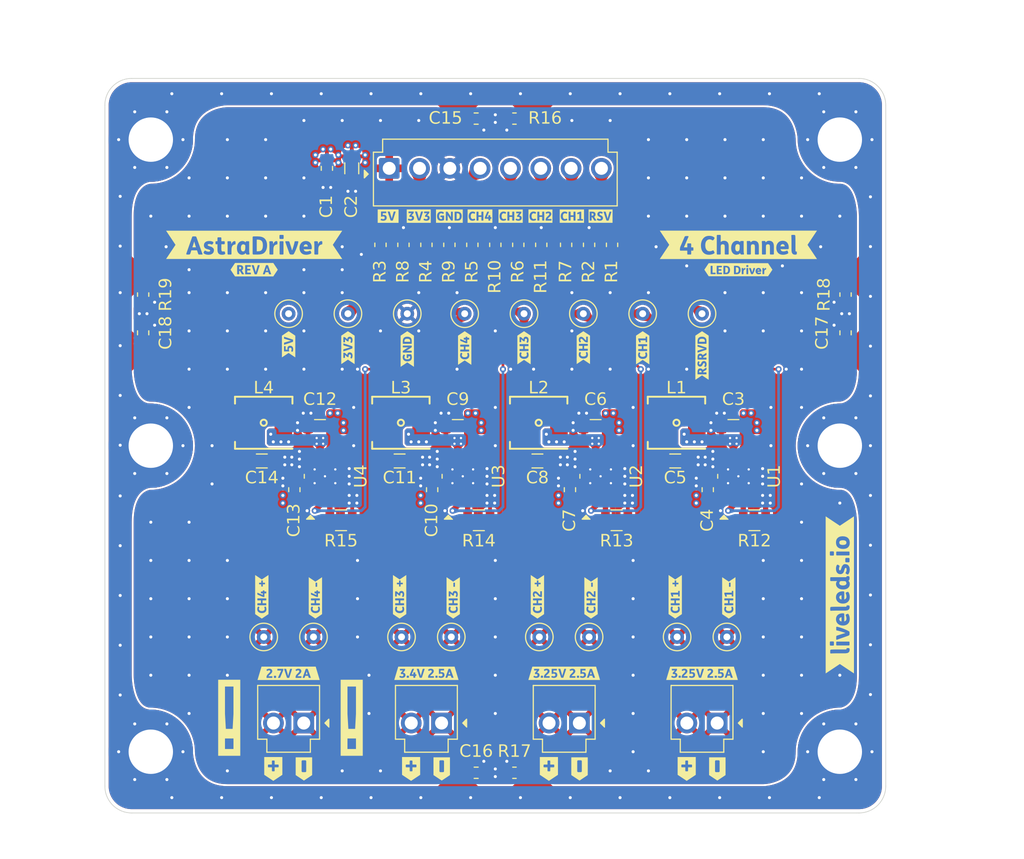
<source format=kicad_pcb>
(kicad_pcb (version 20240108) (generator "pcbnew") (generator_version "8.0")
  (title_block (date "2024-10-12") (rev "A") (company "LiveAstra Technologies"))
  (layers (0 "F.Cu" mixed) (1 "In1.Cu" power) (2 "In2.Cu" power) (31 "B.Cu" mixed) (34 "B.Paste" user) (35 "F.Paste" user) (36 "B.SilkS" user "B.Silkscreen") (37 "F.SilkS" user "F.Silkscreen") (38 "B.Mask" user) (39 "F.Mask" user) (44 "Edge.Cuts" user))
  (property "BOARD_NAME" "AstraDriver")
  (property "PROJECT_NAME" "AstraBeam")
  (net 0 "")
  (net 1 "GND")
  (net 2 "+5V")
  (net 3 "/Block Diagram/RESERVED")
  (net 4 "/Block Diagram/PWM_CH1")
  (net 5 "/Block Diagram/PWM_CH4")
  (net 6 "+3V3")
  (net 7 "/Block Diagram/PWM_CH2")
  (net 8 "/Block Diagram/PWM_CH3")
  (net 13 "/Block Diagram/DIM_4")
  (net 14 "/Block Diagram/DIM_3")
  (net 15 "/Block Diagram/DIM_2")
  (net 16 "/Block Diagram/DIM_1")
  (net 17 "/Block Diagram/RSRV")
  (net 18 "/Block Diagram/CH4_LED+")
  (net 19 "/Block Diagram/CH1_LED+")
  (net 20 "/Block Diagram/CH2_LED+")
  (net 21 "/Block Diagram/CH3_LED+")
  (net 22 "/Block Diagram/CH1_LED-")
  (net 23 "/Block Diagram/3V3_R")
  (net 24 "/Block Diagram/CH4_LED-")
  (net 25 "/Block Diagram/CH3_LED-")
  (net 26 "/Block Diagram/CH2_LED-")
  (net 27 "CHASSIS")
  (net 28 "/Block Diagram/Channel 1 Blue and CY 2.5A/SW_OUT")
  (net 29 "/Block Diagram/Channel 2 Blue and CY 2.5A/SW_OUT")
  (net 30 "/Block Diagram/Channel 3 Green 2.5A/SW_OUT")
  (net 31 "/Block Diagram/Channel 4 Red 2A/SW_OUT")
  (footprint "LiveAstra:C_DNP_0805_2012Metric_Pad1.18x1.45mm_HandSolder" (layer "F.Cu") (at 126.5 68.75 90)
    (property "Reference" "C1")
    (property "Value" "DNP" (hide yes))
  )
  (footprint "kibuzzard-672647E1" (layer "F.Cu") (at 121.5 134.75)
    (property "Reference" "kibuzzard-672647E1" (hide yes))
    (property "Value" "G***" (hide yes))
  )
  (footprint "LiveAstra:C_0805_2012Metric_Pad1.18x1.45mm_HandSolder" (layer "F.Cu") (at 194.25 90.25 -90)
    (property "Reference" "C17")
    (property "Value" "10n" (hide yes))
  )
  (footprint "kibuzzard-67263EBF" (layer "F.Cu") (at 121.5 91.75 90)
    (property "Reference" "kibuzzard-67263EBF" (hide yes))
    (property "Value" "G***" (hide yes))
  )
  (footprint "kibuzzard-67263F1F" (layer "F.Cu") (at 144.5 92.235788 90)
    (property "Reference" "kibuzzard-67263F1F" (hide yes))
    (property "Value" "G***" (hide yes))
  )
  (footprint "LiveAstra:TestPoint_Loop_D3.50mm_Drill0.9mm_Beaded" (layer "F.Cu") (at 172.25 130)
    (property "Reference" "TP16" (hide yes))
    (property "Value" "TestPoint_Thimble" (hide yes))
  )
  (footprint "kibuzzard-6726414E" (layer "F.Cu") (at 155.5 147.25 90)
    (property "Reference" "kibuzzard-6726414E" (hide yes))
    (property "Value" "G***" (hide yes))
  )
  (footprint "kibuzzard-67264157" (layer "F.Cu") (at 177.5 147.25 90)
    (property "Reference" "kibuzzard-67264157" (hide yes))
    (property "Value" "G***" (hide yes))
  )
  (footprint "LiveAstra:R_DNP_0805_2012Metric_Pad1.20x1.40mm_HandSolder" (layer "F.Cu") (at 194.25 85.25 90)
    (property "Reference" "R18")
    (property "Value" "DNP" (hide yes))
  )
  (footprint "LiveAstra:U_LED2001PHR_HSOP8" (layer "F.Cu") (at 162.25 109 90)
    (property "Reference" "U2")
    (property "Value" "LED2001PHR" (hide yes))
  )
  (footprint "kibuzzard-67264513" (layer "F.Cu") (at 179 124.892703 90)
    (property "Reference" "kibuzzard-67264513" (hide yes))
    (property "Value" "G***" (hide yes))
  )
  (footprint "LiveAstra:C_1206_3216Metric_Pad1.33x1.80mm_HandSolder" (layer "F.Cu") (at 143.6 102.5)
    (property "Reference" "C9")
    (property "Value" "22u" (hide yes))
  )
  (footprint "kibuzzard-6726414E" (layer "F.Cu") (at 173.5 147.25 90)
    (property "Reference" "kibuzzard-6726414E" (hide yes))
    (property "Value" "G***" (hide yes))
  )
  (footprint "LiveAstra:U_LED2001PHR_HSOP8" (layer "F.Cu") (at 126.25 109 90)
    (property "Reference" "U4")
    (property "Value" "LED2001PHR" (hide yes))
  )
  (footprint "LiveAstra:R_0805_2012Metric_Pad1.20x1.40mm_HandSolder" (layer "F.Cu") (at 145.5 78.75 -90)
    (property "Reference" "R5")
    (property "Value" "0" (hide yes))
  )
  (footprint "kibuzzard-67264F3E" (layer "F.Cu") (at 180.25 78.75)
    (property "Reference" "kibuzzard-67264F3E" (hide yes))
    (property "Value" "G***" (hide yes))
  )
  (footprint "LiveAstra:C_1206_3216Metric_Pad1.33x1.80mm_HandSolder" (layer "F.Cu") (at 136 107 180)
    (property "Reference" "C11")
    (property "Value" "4u7" (hide yes))
  )
  (footprint "LiveAstra:TestPoint_Loop_D3.50mm_Drill0.9mm_Beaded" (layer "F.Cu") (at 142.75 130)
    (property "Reference" "TP11" (hide yes))
    (property "Value" "TestPoint_Thimble" (hide yes))
  )
  (footprint "LiveAstra:C_0805_2012Metric_Pad1.18x1.45mm_HandSolder" (layer "F.Cu") (at 146 62.25 180)
    (property "Reference" "C15")
    (property "Value" "10n" (hide yes))
  )
  (footprint "LiveAstra:JST_VH_B2P-VH-B_1x02_P3.96mm_Vertical" (layer "F.Cu") (at 139.5 141.25 180)
    (property "Reference" "CN3" (hide yes))
    (property "Value" "JST VH 2 PIN" (hide yes))
  )
  (footprint "kibuzzard-67609643" (layer "F.Cu") (at 138.5 75)
    (property "Reference" "kibuzzard-67609643" (hide yes))
    (property "Value" "G***" (hide yes))
  )
  (footprint "kibuzzard-672641C9" (layer "F.Cu") (at 125 124.892703 90)
    (property "Reference" "kibuzzard-672641C9" (hide yes))
    (property "Value" "G***" (hide yes))
  )
  (footprint "LiveAstra:C_1206_3216Metric_Pad1.33x1.80mm_HandSolder" (layer "F.Cu") (at 129.75 68.75 90)
    (property "Reference" "C2")
    (property "Value" "100u" (hide yes))
  )
  (footprint "LiveAstra:TestPoint_Loop_D3.50mm_Drill0.9mm_Beaded" (layer "F.Cu") (at 175.5 87.75)
    (property "Reference" "TP2" (hide yes))
    (property "Value" "TestPoint_Thimble" (hide yes))
  )
  (footprint "LiveAstra:R_0805_2012Metric_Pad1.20x1.40mm_HandSolder" (layer "F.Cu") (at 148.5 78.75 -90)
    (property "Reference" "R10")
    (property "Value" "10k" (hide yes))
  )
  (footprint "LiveAstra:TestPoint_Loop_D3.50mm_Drill0.9mm_Beaded" (layer "F.Cu") (at 160 87.75)
    (property "Reference" "TP7" (hide yes))
    (property "Value" "TestPoint_Thimble" (hide yes))
  )
  (footprint "LiveAstra:R_0805_2012Metric_Pad1.20x1.40mm_HandSolder" (layer "F.Cu") (at 142.5 78.75 -90)
    (property "Reference" "R9")
    (property "Value" "10k" (hide yes))
  )
  (footprint "kibuzzard-67263F8C" (layer "F.Cu") (at 137 92.366329 90)
    (property "Reference" "kibuzzard-67263F8C" (hide yes))
    (property "Value" "G***" (hide yes))
  )
  (footprint "LiveAstra:C_1206_3216Metric_Pad1.33x1.80mm_HandSolder" (layer "F.Cu") (at 154 107 180)
    (property "Reference" "C8")
    (property "Value" "4u7" (hide yes))
  )
  (footprint "LiveAstra:R_0805_2012Metric_Pad1.20x1.40mm_HandSolder" (layer "F.Cu") (at 139.5 78.75 -90)
    (property "Reference" "R4")
    (property "Value" "0" (hide yes))
  )
  (footprint "LiveAstra:JST_VH_B2P-VH-B_1x02_P3.96mm_Vertical" (layer "F.Cu") (at 121.5 141.25 180)
    (property "Reference" "CN2" (hide yes))
    (property "Value" "JST VH 2 PIN" (hide yes))
  )
  (footprint "LiveAstra:L_TDK_SPM6530T-2R2M" (layer "F.Cu") (at 136.165 102 180)
    (property "Reference" "L3")
    (property "Value" "2u2H" (hide yes))
  )
  (footprint "LiveAstra:L_TDK_SPM6530T-2R2M" (layer "F.Cu") (at 154.165 102 180)
    (property "Reference" "L2")
    (property "Value" "2u2H" (hide yes))
  )
  (footprint "LiveAstra:R_DNP_0805_2012Metric_Pad1.20x1.40mm_HandSolder" (layer "F.Cu") (at 102.5 85.25 90)
    (property "Reference" "R19")
    (property "Value" "DNP" (hide yes))
  )
  (footprint "kibuzzard-67609A54" (layer "F.Cu") (at 157.5 134.75)
    (property "Reference" "kibuzzard-67609A54" (hide yes))
    (property "Value" "G***" (hide yes))
  )
  (footprint "LiveAstra:C_1206_3216Metric_Pad1.33x1.80mm_HandSolder" (layer "F.Cu") (at 161.6 102.5)
    (property "Reference" "C6")
    (property "Value" "22u" (hide yes))
  )
  (footprint "kibuzzard-6726477C" (layer "F.Cu") (at 161 124.892703 90)
    (property "Reference" "kibuzzard-6726477C" (hide yes))
    (property "Value" "G***" (hide yes))
  )
  (footprint "kibuzzard-67264F60" (layer "F.Cu") (at 117 82)
    (property "Reference" "kibuzzard-67264F60" (hide yes))
    (property "Value" "G***" (hide yes))
  )
  (footprint "LiveAstra:JST_VH_B2P-VH-B_1x02_P3.96mm_Vertical" (layer "F.Cu") (at 157.5 141.25 180)
    (property "Reference" "CN4" (hide yes))
    (property "Value" "JST VH 2 PIN" (hide yes))
  )
  (footprint "LiveAstra:TestPoint_Loop_D3.50mm_Drill0.9mm_Beaded" (layer "F.Cu") (at 178.75 130)
    (property "Reference" "TP15" (hide yes))
    (property "Value" "TestPoint_Thimble" (hide yes))
  )
  (footprint "kibuzzard-67264EAC" (layer "F.Cu") (at 117 78.75)
    (property "Reference" "kibuzzard-67264EAC" (hide yes))
    (property "Value" "G***" (hide yes))
  )
  (footprint "kibuzzard-676095D3" (layer "F.Cu") (at 158.5 75)
    (property "Reference" "kibuzzard-676095D3" (hide yes))
    (property "Value" "G***" (hide yes))
  )
  (footprint "LiveAstra:TestPoint_Loop_D3.50mm_Drill0.9mm_Beaded" (layer "F.Cu") (at 137 87.75)
    (property "Reference" "TP1" (hide yes))
    (property "Value" "TestPoint_Thimble" (hide yes))
  )
  (footprint "kibuzzard-67264157" (layer "F.Cu") (at 141.5 147.25 90)
    (property "Reference" "kibuzzard-67264157" (hide yes))
    (property "Value" "G***" (hide yes))
  )
  (footprint "kibuzzard-676095C8" (layer "F.Cu") (at 146.5 75)
    (property "Reference" "kibuzzard-676095C8" (hide yes))
    (property "Value" "G***" (hide yes))
  )
  (footprint "kibuzzard-676095B5" (layer "F.Cu") (at 154.396029 75)
    (property "Reference" "kibuzzard-676095B5" (hide yes))
    (property "Value" "G***" (hide yes))
  )
  (footprint "LiveAstra:C_1206_3216Metric_Pad1.33x1.80mm_HandSolder" (layer "F.Cu") (at 172 107 180)
    (property "Reference" "C5")
    (property "Value" "4u7" (hide yes))
  )
  (footprint "kibuzzard-676095BC" (layer "F.Cu") (at 150.5 75)
    (property "Reference" "kibuzzard-676095BC" (hide yes))
    (property "Value" "G***" (hide yes))
  )
  (footprint "kibuzzard-672641CE" (layer "F.Cu") (at 118 124.75 90)
    (property "Reference" "kibuzzard-672641CE" (hide yes))
    (property "Value" "G***" (hide yes))
  )
  (footprint "LiveAstra:L_TDK_SPM6530T-2R2M" (layer "F.Cu") (at 118.25 102 180)
    (property "Reference" "L4")
    (property "Value" "2u2H" (hide yes))
  )
  (footprint "LiveAstra:U_LED2001PHR_HSOP8" (layer "F.Cu") (at 180.25 109 90)
    (property "Reference" "U1")
    (property "Value" "LED2001PHR" (hide yes))
  )
  (footprint "kibuzzard-67609A4F" (layer "F.Cu") (at 175.5 134.75)
    (property "Reference" "kibuzzard-67609A4F" (hide yes))
    (property "Value" "G***" (hide yes))
  )
  (footprint "kibuzzard-67609A62" (layer "F.Cu") (at 139.5 134.75)
    (property "Reference" "kibuzzard-67609A62" (hide yes))
    (property "Value" "G***" (hide yes))
  )
  (footprint "LiveAstra:R_1210_3225Metric" (layer "F.Cu") (at 128.3475 114.75 180)
    (property "Reference" "R15")
    (property "Value" "47m" (hide yes))
  )
  (footprint "LiveAstra:L_TDK_SPM6530T-2R2M" (layer "F.Cu") (at 172.165 102 180)
    (property "Reference" "L1")
    (property "Value" "2u2H" (hide yes))
  )
  (footprint "LiveAstra:R_1210_3225Metric" (layer "F.Cu") (at 146.3475 114.75 180)
    (property "Reference" "R14")
    (property "Value" "40m" (hide yes))
  )
  (footprint "LiveAstra:C_0805_2012Metric_Pad1.18x1.45mm_HandSolder" (layer "F.Cu") (at 158.25 110.75 -90)
    (property "Reference" "C7")
    (property "Value" "1u" (hide yes))
  )
  (footprint "kibuzzard-67264778" (layer "F.Cu") (at 154 124.75 90)
    (property "Reference" "kibuzzard-67264778" (hide yes))
    (property "Value" "G***" (hide yes))
  )
  (footprint "LiveAstra:TestPoint_Loop_D3.50mm_Drill0.9mm_Beaded" (layer "F.Cu") (at 129.25 87.75)
    (property "Reference" "TP4" (hide yes))
    (property "Value" "TestPoint_Thimble" (hide yes))
  )
  (footprint "LiveAstra:R_0805_2012Metric_Pad1.20x1.40mm_HandSolder" (layer "F.Cu") (at 151.5 78.75 -90)
    (property "Reference" "R6")
    (property "Value" "0" (hide yes))
  )
  (footprint "LiveAstra:TestPoint_Loop_D3.50mm_Drill0.9mm_Beaded" (layer "F.Cu") (at 121.5 87.75)
    (property "Reference" "TP3" (hide yes))
    (property "Value" "TestPoint_Thimble" (hide yes))
  )
  (footprint "LiveAstra:C_1206_3216Metric_Pad1.33x1.80mm_HandSolder" (layer "F.Cu") (at 118 107 180)
    (property "Reference" "C14")
    (property "Value" "4u7" (hide yes))
  )
  (footprint "LiveAstra:C_1206_3216Metric_Pad1.33x1.80mm_HandSolder" (layer "F.Cu") (at 125.6 102.5)
    (property "Reference" "C12")
    (property "Value" "22u" (hide yes))
  )
  (footprint "LiveAstra:TestPoint_Loop_D3.50mm_Drill0.9mm_Beaded" (layer "F.Cu") (at 124.75 130)
    (property "Reference" "TP9" (hide yes))
    (property "Value" "TestPoint_Thimble" (hide yes))
  )
  (footprint "LiveAstra:AstraControl_Ground_Ring" (layer "F.Cu") (at 148.5 105)
    (property "Reference" "RING1" (hide yes))
    (property "Value" "~" (hide yes))
    (fp_line (start -51 -44.500001) (end -51 44.499999) (stroke (width 0.1)) (layer "Edge.Cuts"))
    (fp_line (start -47.499999 48) (end 47.5 48) (stroke (width 0.1)) (layer "Edge.Cuts"))
    (fp_line (start 47.5 -48) (end -47.5 -48) (stroke (width 0.1)) (layer "Edge.Cuts"))
    (fp_line (start 51 44.5) (end 51 -44.5) (stroke (width 0.1)) (layer "Edge.Cuts"))
    (fp_arc (start -51 -44.500001) (mid -49.974873 -46.974874) (end -47.5 -48) (stroke (width 0.1)) (layer "Edge.Cuts"))
    (fp_arc (start -47.499999 48) (mid -49.974873 46.974873) (end -51 44.499999) (stroke (width 0.1)) (layer "Edge.Cuts"))
    (fp_arc (start 47.5 -48) (mid 49.974874 -46.974874) (end 51 -44.5) (stroke (width 0.1)) (layer "Edge.Cuts"))
    (fp_arc (start 51 44.5) (mid 49.974874 46.974874) (end 47.5 48) (stroke (width 0.1)) (layer "Edge.Cuts"))
  )
  (footprint "LiveAstra:R_1210_3225Metric" (layer "F.Cu") (at 182.3475 114.75 180)
    (property "Reference" "R12")
    (property "Value" "40m" (hide yes))
  )
  (footprint "LiveAstra:R_0805_2012Metric_Pad1.20x1.40mm_HandSolder" (layer "F.Cu") (at 133.5 78.75 -90)
    (property "Reference" "R3")
    (property "Value" "0" (hide yes))
  )
  (footprint "kibuzzard-67263F35" (layer "F.Cu") (at 167.75 92.204978 90)
    (property "Reference" "kibuzzard-67263F35" (hide yes))
    (property "Value" "G***" (hide yes))
  )
  (footprint "LiveAstra:TestPoint_Loop_D3.50mm_Drill0.9mm_Beaded" (layer "F.Cu") (at 160.75 130)
    (property "Reference" "TP13" (hide yes))
    (property "Value" "TestPoint_Thimble" (hide yes))
  )
  (footprint "kibuzzard-67264761" (layer "F.Cu") (at 136 124.75 90)
    (property "Reference" "kibuzzard-67264761" (hide yes))
    (property "Value" "G***" (hide yes))
  )
  (footprint "LiveAstra:R_0805_2012Metric_Pad1.20x1.40mm_HandSolder" (layer "F.Cu") (at 157.75 78.75 -90)
    (property "Reference" "R7")
    (property "Value" "0" (hide yes))
  )
  (footprint "LiveAstra:TestPoint_Loop_D3.50mm_Drill0.9mm_Beaded" (layer "F.Cu") (at 144.5 87.75)
    (property "Reference" "TP5" (hide yes))
    (property "Value" "TestPoint_Thimble" (hide yes))
  )
  (footprint "LiveAstra:R_1210_3225Metric" (layer "F.Cu") (at 164.3475 114.75 180)
    (property "Reference" "R13")
    (property "Value" "40m" (hide yes))
  )
  (footprint "kibuzzard-6726451B" (layer "F.Cu") (at 172 124.75 90)
    (property "Reference" "kibuzzard-6726451B" (hide yes))
    (property "Value" "G***" (hide yes))
  )
  (footprint "LiveAstra:TestPoint_Loop_D3.50mm_Drill0.9mm_Beaded" (layer "F.Cu") (at 152.25 87.75)
    (property "Reference" "TP6" (hide yes))
    (property "Value" "TestPoint_Thimble" (hide yes))
  )
  (footprint "kibuzzard-67263F3C" (layer "F.Cu") (at 160 92.184707 90)
    (property "Reference" "kibuzzard-67263F3C" (hide yes))
    (property "Value" "G***" (hide yes))
  )
  (footprint "LiveAstra:TestPoint_Loop_D3.50mm_Drill0.9mm_Beaded" (layer "F.Cu") (at 136.25 130)
    (property "Reference" "TP12" (hide yes))
    (property "Value" "TestPoint_Thimble" (hide yes))
  )
  (footprint "LiveAstra:C_0805_2012Metric_Pad1.18x1.45mm_HandSolder" (layer "F.Cu") (at 122.25 110.75 -90)
    (property "Reference" "C13")
    (property "Value" "1u" (hide yes))
  )
  (footprint "kibuzzard-67263F87" (layer "F.Cu") (at 129.25 92.188905 90)
    (property "Reference" "kibuzzard-67263F87" (hide yes))
    (property "Value" "G***" (hide yes))
  )
  (footprint "LiveAstra:JST_VH_B2P-VH-B_1x02_P3.96mm_Vertical" (layer "F.Cu") (at 175.5 141.25 180)
    (property "Reference" "CN5" (hide yes))
    (property "Value" "JST VH 2 PIN" (hide yes))
  )
  (footprint "LiveAstra:C_1206_3216Metric_Pad1.33x1.80mm_HandSolder" (layer "F.Cu") (at 179.6 102.5)
    (property "Reference" "C3")
    (property "Value" "22u" (hide yes))
  )
  (footprint "LiveAstra:TestPoint_Loop_D3.50mm_Drill0.9mm_Beaded" (layer "F.Cu") (at 118.25 130)
    (property "Reference" "TP10" (hide yes))
    (property "Value" "TestPoint_Thimble" (hide yes))
  )
  (footprint "kibuzzard-67263F2B" (layer "F.Cu") (at 175.5 93.215248 90)
    (property "Reference" "kibuzzard-67263F2B" (hide yes))
    (property "Value" "G***" (hide yes))
  )
  (footprint "LiveAstra:TestPoint_Loop_D3.50mm_Drill0.9mm_Beaded" (layer "F.Cu") (at 167.75 87.75)
    (property "Reference" "TP8" (hide yes))
    (property "Value" "TestPoint_Thimble" (hide yes))
  )
  (footprint "LiveAstra:C_0805_2012Metric_Pad1.18x1.45mm_HandSolder" (layer "F.Cu") (at 140.25 110.75 -90)
    (property "Reference" "C10")
    (property "Value" "1u" (hide yes))
  )
  (footprint "kibuzzard-6762FA53" (layer "F.Cu") (at 193.5 124.5 90)
    (property "Reference" "kibuzzard-6762FA53" (hide yes))
    (property "Value" "G***" (hide yes))
  )
  (footprint "LiveAstra:C_0805_2012Metric_Pad1.18x1.45mm_HandSolder" (layer "F.Cu") (at 176.25 110.75 -90)
    (property "Reference" "C4")
    (property "Value" "1u" (hide yes))
  )
  (footprint "LiveAstra:R_0805_2012Metric_Pad1.20x1.40mm_HandSolder" (layer "F.Cu") (at 154.5 78.75 -90)
    (property "Reference" "R11")
    (property "Value" "10k" (hide yes))
  )
  (footprint "kibuzzard-67609673" (layer "F.Cu") (at 162.25 75)
    (property "Reference" "kibuzzard-67609673" (hide yes))
    (property "Value" "G***" (hide yes))
  )
  (footprint "LiveAstra:R_0805_2012Metric_Pad1.20x1.40mm_HandSolder" (layer "F.Cu") (at 160.75 78.75 -90)
    (property "Reference" "R2")
    (property "Value" "10k" (hide yes))
  )
  (footprint "kibuzzard-6760964A" (layer "F.Cu") (at 134.5 75)
    (property "Reference" "kibuzzard-6760964A" (hide yes))
    (property "Value" "G***" (hide yes))
  )
  (footprint "kibuzzard-67264F65" (layer "F.Cu") (at 180.25 82)
    (property "Reference" "kibuzzard-67264F65" (hide yes))
    (property "Value" "G***" (hide yes))
  )
  (footprint "kibuzzard-6726414E" (layer "F.Cu") (at 119.5 147.25 90)
    (property "Reference" "kibuzzard-6726414E" (hide yes))
    (property "Value" "G***" (hide yes))
  )
  (footprint "LiveAstra:JST_VH_B8P-VH-B_1x08_P3.96mm_Vertical" (layer "F.Cu") (at 148.5 68.75)
    (property "Reference" "CN1" (hide yes))
    (property "Value" "JST VH 8 PIN" (hide yes))
  )
  (footprint "LiveAstra:C_0805_2012Metric_Pad1.18x1.45mm_HandSolder" (layer "F.Cu") (at 146 147.75 180)
    (property "Reference" "C16")
    (property "Value" "10n" (hide yes))
  )
  (footprint "kibuzzard-6760963B" (layer "F.Cu") (at 142.5 75)
    (property "Reference" "kibuzzard-6760963B" (hide yes))
    (property "Value" "G***" (hide yes))
  )
  (footprint "LiveAstra:R_0805_2012Metric_Pad1.20x1.40mm_HandSolder" (layer "F.Cu") (at 151 62.25)
    (property "Reference" "R16")
    (property "Value" "1M" (hide yes))
  )
  (footprint "LiveAstra:R_DNP_0805_2012Metric_Pad1.20x1.40mm_HandSolder" (layer "F.Cu") (at 151 147.75)
    (property "Reference" "R17")
    (property "Value" "DNP" (hide yes))
  )
  (footprint "LiveAstra:R_0805_2012Metric_Pad1.20x1.40mm_HandSolder" (layer "F.Cu") (at 136.5 78.75 -90)
    (property "Reference" "R8")
    (property "Value" "10k" (hide yes))
  )
  (footprint "LiveAstra:TestPoint_Loop_D3.50mm_Drill0.9mm_Beaded" (layer "F.Cu") (at 154.25 130)
    (property "Reference" "TP14" (hide yes))
    (property "Value" "TestPoint_Thimble" (hide yes))
  )
  (footprint "LiveAstra:C_0805_2012Metric_Pad1.18x1.45mm_HandSolder" (layer "F.Cu") (at 102.5 90.25 -90)
    (property "Reference" "C18")
    (property "Value" "10n" (hide yes))
  )
  (footprint "LiveAstra:R_0805_2012Metric_Pad1.20x1.40mm_HandSolder" (layer "F.Cu") (at 163.75 78.75 -90)
    (property "Reference" "R1")
    (property "Value" "0" (hide yes))
  )
  (footprint "LiveAstra:U_LED2001PHR_HSOP8" (layer "F.Cu") (at 144.25 109 90)
    (property "Reference" "U3")
    (property "Value" "LED2001PHR" (hide yes))
  )
  (footprint "kibuzzard-6726476F" (layer "F.Cu") (at 143 124.892703 90)
    (property "Reference" "kibuzzard-6726476F" (hide yes))
    (property "Value" "G***" (hide yes))
  )
  (footprint "kibuzzard-67263F3F" (layer "F.Cu") (at 152.25 92.202545 90)
    (property "Reference" "kibuzzard-67263F3F" (hide yes))
    (property "Value" "G***" (hide yes))
  )
  (footprint "kibuzzard-67264157" (layer "F.Cu") (at 123.5 147.25 90)
    (property "Reference" "kibuzzard-67264157" (hide yes))
    (property "Value" "G***" (hide yes))
  )
  (footprint "kibuzzard-67264157" (layer "F.Cu") (at 159.5 147.25 90)
    (property "Reference" "kibuzzard-67264157" (hide yes))
    (property "Value" "G***" (hide yes))
  )
  (footprint "kibuzzard-6726414E" (layer "F.Cu") (at 137.5 147.25 90)
    (property "Reference" "kibuzzard-6726414E" (hide yes))
    (property "Value" "G***" (hide yes))
  )
  (gr_text "!" (at 111.5 146 0) (layer "F.SilkS" knockout) (effects (font (size 8 8)) (justify left bottom)))
  (gr_text "!" (at 127.5 146 0) (layer "F.SilkS" knockout) (effects (font (size 8 8)) (justify left bottom)))
  (segment (start 160.75 77.75) (end 160.75 76.5) (width 0.5) (layer "F.Cu") (net 1))
  (segment (start 136.5 77.75) (end 136.5 76.5) (width 0.5) (layer "F.Cu") (net 1))
  (segment (start 148.5 77.75) (end 148.5 76.5) (width 0.5) (layer "F.Cu") (net 1))
  (segment (start 154.5 77.75) (end 154.5 76.5) (width 0.5) (layer "F.Cu") (net 1))
  (segment (start 142.5 77.75) (end 142.5 76.5) (width 0.5) (layer "F.Cu") (net 1))
  (via (at 166.5 105) (size 0.8) (drill 0.4) (layers "F.Cu" "B.Cu") (net 1))
  (via (at 103.5 125) (size 0.8) (drill 0.4) (layers "F.Cu" "B.Cu") (net 1))
  (via (at 148.5 148.25) (size 0.8) (drill 0.4) (layers "F.Cu" "B.Cu") (net 1))
  (via (at 123.5 82) (size 0.8) (drill 0.4) (layers "F.Cu" "B.Cu") (net 1))
  (via (at 165.415 112.5) (size 0.8) (drill 0.4) (layers "F.Cu" "B.Cu") (net 1))
  (via (at 142.5 76.5) (size 0.8) (drill 0.4) (layers "F.Cu" "B.Cu") (net 1))
  (via (at 122.665 103) (size 0.8) (drill 0.4) (layers "F.Cu" "B.Cu") (net 1))
  (via (at 141.915 113.5) (size 0.8) (drill 0.4) (layers "F.Cu" "B.Cu") (net 1))
  (via (at 188.5 125) (size 0.8) (drill 0.4) (layers "F.Cu" "B.Cu") (net 1))
  (via (at 156.75 110.25) (size 0.8) (drill 0.4) (layers "F.Cu" "B.Cu") (net 1))
  (via (at 129.415 112.5) (size 0.8) (drill 0.4) (layers "F.Cu" "B.Cu") (net 1))
  (via (at 183.5 145) (size 0.8) (drill 0.4) (layers "F.Cu" "B.Cu") (net 1))
  (via (at 148.5 62.75) (size 0.8) (drill 0.4) (layers "F.Cu" "B.Cu") (net 1))
  (via (at 175.915 107.5) (size 0.8) (drill 0.4) (layers "F.Cu" "B.Cu") (net 1))
  (via (at 104 86.25) (size 0.8) (drill 0.4) (layers "F.Cu" "B.Cu") (net 1))
  (via (at 178.415 100.75) (size 0.8) (drill 0.4) (layers "F.Cu" "B.Cu") (net 1))
  (via (at 158.915 106.75) (size 0.8) (drill 0.4) (layers "F.Cu" "B.Cu") (net 1))
  (via (at 108.5 115) (size 0.8) (drill 0.4) (layers "F.Cu" "B.Cu") (net 1))
  (via (at 157.915 106.5) (size 0.8) (drill 0.4) (layers "F.Cu" "B.Cu") (net 1))
  (via (at 113.5 70) (size 0.8) (drill 0.4) (layers "F.Cu" "B.Cu") (net 1))
  (via (at 139.915 107.5) (size 0.8) (drill 0.4) (layers "F.Cu" "B.Cu") (net 1))
  (via (at 111.5 110) (size 0.8) (drill 0.4) (layers "F.Cu" "B.Cu") (net 1))
  (via (at 118.5 95) (size 0.8) (drill 0.4) (layers "F.Cu" "B.Cu") (net 1))
  (via (at 108.5 75) (size 0.8) (drill 0.4) (layers "F.Cu" "B.Cu") (net 1))
  (via (at 113.5 85) (size 0.8) (drill 0.4) (layers "F.Cu" "B.Cu") (net 1))
  (via (at 183.5 120) (size 0.8) (drill 0.4) (layers "F.Cu" "B.Cu") (net 1))
  (via (at 178.5 70) (size 0.8) (drill 0.4) (layers "F.Cu" "B.Cu") (net 1))
  (via (at 174.75 109.25) (size 0.8) (drill 0.4) (layers "F.Cu" "B.Cu") (net 1))
  (via (at 103.5 75) (size 0.8) (drill 0.4) (layers "F.Cu" "B.Cu") (net 1))
  (via (at 140.915 105.75) (size 0.8) (drill 0.4) (layers "F.Cu" "B.Cu") (net 1))
  (via (at 103.5 135) (size 0.8) (drill 0.4) (layers "F.Cu" "B.Cu") (net 1))
  (via (at 158.915 105.75) (size 0.8) (drill 0.4) (layers "F.Cu" "B.Cu") (net 1))
  (via (at 147.415 111.5) (size 0.8) (drill 0.4) (layers "F.Cu" "B.Cu") (net 1))
  (via (at 123.5 90) (size 0.8) (drill 0.4) (layers "F.Cu" "B.Cu") (net 1))
  (via (at 176.915 105.75) (size 0.8) (drill 0.4) (layers "F.Cu" "B.Cu") (net 1))
  (via (at 123.5 75) (size 0.8) (drill 0.4) (layers "F.Cu" "B.Cu") (net 1))
  (via (at 174.75 110.25) (size 0.8) (drill 0.4) (layers "F.Cu" "B.Cu") (net 1))
  (via (at 113.5 147.5) (size 0.8) (drill 0.4) (layers "F.Cu" "B.Cu") (net 1))
  (via (at 160.75 76.5) (size 0.8) (drill 0.4) (layers "F.Cu" "B.Cu") (net 1))
  (via (at 158.5 95) (size 0.8) (drill 0.4) (layers "F.Cu" "B.Cu") (net 1))
  (via (at 176.665 102) (size 0.8) (drill 0.4) (layers "F.Cu" "B.Cu") (net 1))
  (via (at 168.5 75) (size 0.8) (drill 0.4) (layers "F.Cu" "B.Cu") (net 1))
  (via (at 159.415 100.75) (size 0.8) (drill 0.4) (layers "F.Cu" "B.Cu") (net 1))
  (via (at 122.915 106.75) (size 0.8) (drill 0.4) (layers "F.Cu" "B.Cu") (net 1))
  (via (at 148.5 140) (size 0.8) (drill 0.4) (layers "F.Cu" "B.Cu") (net 1))
  (via (at 183.5 140) (size 0.8) (drill 0.4) (layers "F.Cu" "B.Cu") (net 1))
  (via (at 150 146.25) (size 0.8) (drill 0.4) (layers "F.Cu" "B.Cu") (net 1))
  (via (at 183.5 85) (size 0.8) (drill 0.4) (layers "F.Cu" "B.Cu") (net 1))
  (via (at 108.5 85) (size 0.8) (drill 0.4) (layers "F.Cu" "B.Cu") (net 1))
  (via (at 194.75 87.75) (size 0.8) (drill 0.4) (layers "F.Cu" "B.Cu") (net 1))
  (via (at 192.75 86.25) (size 0.8) (drill 0.4) (layers "F.Cu" "B.Cu") (net 1))
  (via (at 166.5 120) (size 0.8) (drill 0.4) (layers "F.Cu" "B.Cu") (net 1))
  (via (at 166.415 112.5) (size 0.8) (drill 0.4) (layers "F.Cu" "B.Cu") (net 1))
  (via (at 168.5 95) (size 0.8) (drill 0.4) (layers "F.Cu" "B.Cu") (net 1))
  (via (at 143.5 85) (size 0.8) (drill 0.4) (layers "F.Cu" "B.Cu") (net 1))
  (via (at 130.415 111.5) (size 0.8) (drill 0.4) (layers "F.Cu" "B.Cu") (net 1))
  (via (at 123.5 85) (size 0.8) (drill 0.4) (layers "F.Cu" "B.Cu") (net 1))
  (via (at 184.5 105) (size 0.8) (drill 0.4) (layers "F.Cu" "B.Cu") (net 1))
  (via (at 193.5 135) (size 0.8) (drill 0.4) (layers "F.Cu" "B.Cu") (net 1))
  (via (at 147.415 112.5) (size 0.8) (drill 0.4) (layers "F.Cu" "B.Cu") (net 1))
  (via (at 123.915 113.5) (size 0.8) (drill 0.4) (layers "F.Cu" "B.Cu") (net 1))
  (via (at 178.5 90) (size 0.8) (drill 0.4) (layers "F.Cu" "B.Cu") (net 1))
  (via (at 133.5 62.5) (size 0.8) (drill 0.4) (layers "F.Cu" "B.Cu") (net 1))
  (via (at 140.665 102) (size 0.8) (drill 0.4) (layers "F.Cu" "B.Cu") (net 1))
  (via (at 127 71.25) (size 0.8) (drill 0.4) (layers "F.Cu" "B.Cu") (net 1))
  (via (at 176.915 107.75) (size 0.8) (drill 0.4) (layers "F.Cu" "B.Cu") (net 1))
  (via (at 188.5 70) (size 0.8) (drill 0.4) (layers "F.Cu" "B.Cu") (net 1))
  (via (at 121.915 107.5) (size 0.8) (drill 0.4) (layers "F.Cu" "B.Cu") (net 1))
  (via (at 102 87.75) (size 0.8) (drill 0.4) (layers "F.Cu" "B.Cu") (net 1))
  (via (at 129.415 108) (size 0.8) (drill 0.4) (layers "F.Cu" "B.Cu") (net 1))
  (via (at 108.5 120) (size 0.8) (drill 0.4) (layers "F.Cu" "B.Cu") (net 1))
  (via (at 186 81.5) (size 0.8) (drill 0.4) (layers "F.Cu" "B.Cu") (net 1))
  (via (at 105.5 79) (size 0.8) (drill 0.4) (layers "F.Cu" "B.Cu") (net 1))
  (via (at 124.415 100.75) (size 0.8) (drill 0.4) (layers "F.Cu" "B.Cu") (net 1))
  (via (at 128.5 85) (size 0.8) (drill 0.4) (layers "F.Cu" "B.Cu") (net 1))
  (via (at 178.5 75) (size 0.8) (drill 0.4) (layers "F.Cu" "B.Cu") (net 1))
  (via (at 188.5 140) (size 0.8) (drill 0.4) (layers "F.Cu" "B.Cu") (net 1))
  (via (at 108.5 140) (size 0.8) (drill 0.4) (layers "F.Cu" "B.Cu") (net 1))
  (via (at 158.5 62.5) (size 0.8) (drill 0.4) (layers "F.Cu" "B.Cu") (net 1))
  (via (at 122.915 107.75) (size 0.8) (drill 0.4) (layers "F.Cu" "B.Cu") (net 1))
  (via (at 188.5 135) (size 0.8) (drill 0.4) (layers "F.Cu" "B.Cu") (net 1))
  (via (at 140.915 107.75) (size 0.8) (drill 0.4) (layers "F.Cu" "B.Cu") (net 1))
  (via (at 129.415 111.5) (size 0.8) (drill 0.4) (layers "F.Cu" "B.Cu") (net 1))
  (via (at 131 80) (size 0.8) (drill 0.4) (layers "F.Cu" "B.Cu") (net 1))
  (via (at 103 87.75) (size 0.8) (drill 0.4) (layers "F.Cu" "B.Cu") (net 1))
  (via (at 183.5 65) (size 0.8) (drill 0.4) (layers "F.Cu" "B.Cu") (net 1))
  (via (at 111.5 105) (size 0.8) (drill 0.4) (layers "F.Cu" "B.Cu") (net 1))
  (via (at 129.25 71.75) (size 0.8) (drill 0.4) (layers "F.Cu" "B.Cu") (net 1))
  (via (at 147 63.75) (size 0.8) (drill 0.4) (layers "F.Cu" "B.Cu") (net 1))
  (via (at 184.5 100) (size 0.8) (drill 0.4) (layers "F.Cu" "B.Cu") (net 1))
  (via (at 193.5 112.5) (size 0.8) (drill 0.4) (layers "F.Cu" "B.Cu") (net 1))
  (via (at 157 107.5) (size 0.8) (drill 0.4) (layers "F.Cu" "B.Cu") (net 1))
  (via (at 175 106.5) (size 0.8) (drill 0.4) (layers "F.Cu" "B.Cu") (net 1))
  (via (at 158.665 102) (size 0.8) (drill 0.4) (layers "F.Cu" "B.Cu") (net 1))
  (via (at 113.5 95) (size 0.8) (drill 0.4) (layers "F.Cu" "B.Cu") (net 1))
  (via (at 139.915 106.5) (size 0.8) (drill 0.4) (layers "F.Cu" "B.Cu") (net 1))
  (via (at 148.5 105) (size 0.8) (drill 0.4) (layers "F.Cu" "B.Cu") (net 1))
  (via (at 160.415 100.75) (size 0.8) (drill 0.4) (layers "F.Cu" "B.Cu") (net 1))
  (via (at 121.915 106.5) (size 0.8) (drill 0.4) (layers "F.Cu" "B.Cu") (net 1))
  (via (at 148.5 130) (size 0.8) (drill 0.4) (layers "F.Cu" "B.Cu") (net 1))
  (via (at 132 140) (size 0.8) (drill 0.4) (layers "F.Cu" "B.Cu") (net 1))
  (via (at 148.5 100) (size 0.8) (drill 0.4) (layers "F.Cu" "B.Cu") (net 1))
  (via (at 188.5 95) (size 0.8) (drill 0.4) (layers "F.Cu" "B.Cu") (net 1))
  (via (at 126 71.25) (size 0.8) (drill 0.4) (layers "F.Cu" "B.Cu") (net 1))
  (via (at 128.5 82) (size 0.8) (drill 0.4) (layers "F.Cu" "B.Cu") (net 1))
  (via (at 136.5 76.5) (size 0.8) (drill 0.4) (layers "F.Cu" "B.Cu") (net 1))
  (via (at 122.915 105.75) (size 0.8) (drill 0.4) (layers "F.Cu" "B.Cu") (net 1))
  (via (at 175.915 106.5) (size 0.8) (drill 0.4) (layers "F.Cu" "B.Cu") (net 1))
  (via (at 148.5 90) (size 0.8) (drill 0.4) (layers "F.Cu" "B.Cu") (net 1))
  (via (at 173.5 75) (size 0.8) (drill 0.4) (layers "F.Cu" "B.Cu") (net 1))
  (via (at 123.5 95) (size 0.8) (drill 0.4) (layers "F.Cu" "B.Cu") (net 1))
  (via (at 165.415 110) (size 0.8) (drill 0.4) (layers "F.Cu" "B.Cu") (net 1))
  (via (at 103.5 115) (size 0.8) (drill 0.4) (layers "F.Cu" "B.Cu") (net 1))
  (via (at 138.5 90) (size 0.8) (drill 0.4) (layers "F.Cu" "B.Cu") (net 1))
  (via (at 168.5 85) (size 0.8) (drill 0.4) (layers "F.Cu" "B.Cu") (net 1))
  (via (at 166.5 130) (size 0.8) (drill 0.4) (layers "F.Cu" "B.Cu") (net 1))
  (via (at 183.5 90) (size 0.8) (drill 0.4) (layers "F.Cu" "B.Cu") (net 1))
  (via (at 165.415 111.5) (size 0.8) (drill 0.4) (layers "F.Cu" "B.Cu") (net 1))
  (via (at 141.415 100.75) (size 0.8) (drill 0.4) (layers "F.Cu" "B.Cu") (net 1))
  (via (at 176.915 106.75) (size 0.8) (drill 0.4) (layers "F.Cu" "B.Cu") (net 1))
  (via (at 147.415 110) (size 0.8) (drill 0.4) (layers "F.Cu" "B.Cu") (net 1))
  (via (at 188.5 75) (size 0.8) (drill 0.4) (layers "F.Cu" "B.Cu") (net 1))
  (via (at 177.915 113.5) (size 0.8) (drill 0.4) (layers "F.Cu" "B.Cu") (net 1))
  (via (at 128.5 95) (size 0.8) (drill 0.4) (layers "F.Cu" "B.Cu") (net 1))
  (via (at 113.5 65) (size 0.8) (drill 0.4) (layers "F.Cu" "B.Cu") (net 1))
  (via (at 150.5 95) (size 0.8) (drill 0.4) (layers "F.Cu" "B.Cu") (net 1))
  (via (at 120.75 110.25) (size 0.8) (drill 0.4) (layers "F.Cu" "B.Cu") (net 1))
  (via (at 183.415 112.5) (size 0.8) (drill 0.4) (layers "F.Cu" "B.Cu") (net 1))
  (via (at 166.5 140) (size 0.8) (drill 0.4) (layers "F.Cu" "B.Cu") (net 1))
  (via (at 130.5 95) (size 0.8) (drill 0.4) (layers "F.Cu" "B.Cu") (net 1))
  (via (at 183.5 130) (size 0.8) (drill 0.4) (layers "F.Cu" "B.Cu") (net 1))
  (via (at 193.5 75) (size 0.8) (drill 0.4) (layers "F.Cu" "B.Cu") (net 1))
  (via (at 193.75 87.75) (size 0.8) (drill 0.4) (layers "F.Cu" "B.Cu") (net 1))
  (via (at 138.5 85) (size 0.8) (drill 0.4) (layers "F.Cu" "B.Cu") (net 1))
  (via (at 142.415 100.75) (size 0.8) (drill 0.4) (layers "F.Cu" "B.Cu") (net 1))
  (via (at 130.25 71.75) (size 0.8) (drill 0.4) (layers "F.Cu" "B.Cu") (net 1))
  (via (at 140.915 106.75) (size 0.8) (drill 0.4) (layers "F.Cu" "B.Cu") (net 1))
  (via (at 183.5 70) (size 0.8) (drill 0.4) (layers "F.Cu" "B.Cu") (net 1))
  (via (at 143.5 95) (size 0.8) (drill 0.4) (layers "F.Cu" "B.Cu") (net 1))
  (via (at 163.5 95) (size 0.8) (drill 0.4) (layers "F.Cu" "B.Cu") (net 1))
  (via (at 118.5 85) (size 0.8) (drill 0.4) (layers "F.Cu" "B.Cu") (net 1))
  (via (at 148.5 125) (size 0.8) (drill 0.4) (layers "F.Cu" "B.Cu") (net 1))
  (via (at 121 106.5) (size 0.8) (drill 0.4) (layers "F.Cu" "B.Cu") (net 1))
  (via (at 156.75 109.25) (size 0.8) (drill 0.4) (layers "F.Cu" "B.Cu") (net 1))
  (via (at 188.5 90) (size 0.8) (drill 0.4) (layers "F.Cu" "B.Cu") (net 1))
  (via (at 133.5 147.5) (size 0.8) (drill 0.4) (layers "F.Cu" "B.Cu") (net 1))
  (via (at 148.415 112.5) (size 0.8) (drill 0.4) (layers "F.Cu" "B.Cu") (net 1))
  (via (at 150 63.75) (size 0.8) (drill 0.4) (layers "F.Cu" "B.Cu") (net 1))
  (via (at 113.5 75) (size 0.8) (drill 0.4) (layers "F.Cu" "B.Cu") (net 1))
  (via (at 139 106.5) (size 0.8) (drill 0.4) (layers "F.Cu" "B.Cu") (net 1))
  (via (at 148.5 147.25) (size 0.8) (drill 0.4) (layers "F.Cu" "B.Cu") (net 1))
  (via (at 168.5 70) (size 0.8) (drill 0.4) (layers "F.Cu" "B.Cu") (net 1))
  (via (at 168.5 65) (size 0.8) (drill 0.4) (layers "F.Cu" "B.Cu") (net 1))
  (via (at 123.5 62.5) (size 0.8) (drill 0.4) (layers "F.Cu" "B.Cu") (net 1))
  (via (at 108.5 82) (size 0.8) (drill 0.4) (layers "F.Cu" "B.Cu") (net 1))
  (via (at 129.415 110) (size 0.8) (drill 0.4) (layers "F.Cu" "B.Cu") (net 1))
  (via (at 165.415 109) (size 0.8) (drill 0.4) (layers "F.Cu" "B.Cu") (net 1))
  (via (at 165.415 108) (size 0.8) (drill 0.4) (layers "F.Cu" "B.Cu") (net 1))
  (via (at 177.415 100.75) (size 0.8) (drill 0.4) (layers "F.Cu" "B.Cu") (net 1))
  (via (at 113.5 135) (size 0.8) (drill 0.4) (layers "F.Cu" "B.Cu") (net 1))
  (via (at 147.415 109) (size 0.8) (drill 0.4) (layers "F.Cu" "B.Cu") (net 1))
  (via (at 128.5 79) (size 0.8) (drill 0.4) (layers "F.Cu" "B.Cu") (net 1))
  (via (at 139 107.5) (size 0.8) (drill 0.4) (layers "F.Cu" "B.Cu") (net 1))
  (via (at 158.5 85) (size 0.8) (drill 0.4) (layers "F.Cu" "B.Cu") (net 1))
  (via (at 188.5 115) (size 0.8) (drill 0.4) (layers "F.Cu" "B.Cu") (net 1))
  (via (at 169.5 79) (size 0.8) (drill 0.4) (layers "F.Cu" "B.Cu") (net 1))
  (via (at 157 106.5) (size 0.8) (drill 0.4) (layers "F.Cu" "B.Cu") (net 1))
  (via (at 166.5 145) (size 0.8) (drill 0.4) (layers "F.Cu" "B.Cu") (net 1))
  (via (at 103.5 130) (size 0.8) (drill 0.4) (layers "F.Cu" "B.Cu") (net 1))
  (via (at 158.5 90) (size 0.8) (drill 0.4) (layers "F.Cu" "B.Cu") (net 1))
  (via (at 175 107.5) (size 0.8) (drill 0.4) (layers "F.Cu" "B.Cu") (net 1))
  (via (at 183.415 109) (size 0.8) (drill 0.4) (layers "F.Cu" "B.Cu") (net 1))
  (via (at 173.5 65) (size 0.8) (drill 0.4) (layers "F.Cu" "B.Cu") (net 1))
  (via (at 108.5 135) (size 0.8) (drill 0.4) (layers "F.Cu" "B.Cu") (net 1))
  (via (at 130.415 112.5) (size 0.8) (drill 0.4) (layers "F.Cu" "B.Cu") (net 1))
  (via (at 113.5 120) (size 0.8) (drill 0.4) (layers "F.Cu" "B.Cu") (net 1))
  (via (at 183.5 125) (size 0.8) (drill 0.4) (layers "F.Cu" "B.Cu") (net 1))
  (via (at 113.5 125) (size 0.8) (drill 0.4) (layers "F.Cu" "B.Cu") (net 1))
  (via (at 147.415 108) (size 0.8) (drill 0.4) (layers "F.Cu" "B.Cu") (net 1))
  (via (at 118.5 65) (size 0.8) (drill 0.4) (layers "F.Cu" "B.Cu") (net 1))
  (via (at 113.5 130) (size 0.8) (drill 0.4) (layers "F.Cu" "B.Cu") (net 1))
  (via (at 104 89.25) (size 0.8) (drill 0.4) (layers "F.Cu" "B.Cu") (net 1))
  (via (at 130 100) (size 0.8) (drill 0.4) (layers "F.Cu" "B.Cu") (net 1))
  (via (at 122.665 102) (size 0.8) (drill 0.4) (layers "F.Cu" "B.Cu") (net 1))
  (via (at 120.75 109.25) (size 0.8) (drill 0.4) (layers "F.Cu" "B.Cu") (net 1))
  (via (at 188.5 130) (size 0.8) (drill 0.4) (layers "F.Cu" "B.Cu") (net 1))
  (via (at 183.415 110) (size 0.8) (drill 0.4) (layers "F.Cu" "B.Cu") (net 1))
  (via (at 183.415 111.5) (size 0.8) (drill 0.4) (layers "F.Cu" "B.Cu") (net 1))
  (via (at 118.5 75) (size 0.8) (drill 0.4) (layers "F.Cu" "B.Cu") (net 1))
  (via (at 166.5 125) (size 0.8) (drill 0.4) (layers "F.Cu" "B.Cu") (net 1))
  (via (at 173.5 70) (size 0.8) (drill 0.4) (layers "F.Cu" "B.Cu") (net 1))
  (via (at 123.415 100.75) (size 0.8) (drill 0.4) (layers "F.Cu" "B.Cu") (net 1))
  (via (at 148.5 61.75) (size 0.8) (drill 0.4) (layers "F.Cu" "B.Cu") (net 1))
  (via (at 130.5 120) (size 0.8) (drill 0.4) (layers "F.Cu" "B.Cu") (net 1))
  (via (at 188.5 100) (size 0.8) (drill 0.4) (layers "F.Cu" "B.Cu") (net 1))
  (via (at 140.665 103) (size 0.8) (drill 0.4) (layers "F.Cu" "B.Cu") (net 1))
  (via (at 183.5 75) (size 0.8) (drill 0.4) (layers "F.Cu" "B.Cu") (net 1))
  (via (at 184.415 111.5) (size 0.8) (drill 0.4) (layers "F.Cu" "B.Cu") (net 1))
  (via (at 147 146.25) (size 0.8) (drill 0.4) (layers "F.Cu" "B.Cu") (net 1))
  (via (at 108.5 125) (size 0.8) (drill 0.4) (layers "F.Cu" "B.Cu") (net 1))
  (via (at 138.75 110.25) (size 0.8) (drill 0.4) (layers "F.Cu" "B.Cu") (net 1))
  (via (at 108.5 130) (size 0.8) (drill 0.4) (layers "F.Cu" "B.Cu") (net 1))
  (via (at 130 105) (size 0.8) (drill 0.4) (layers "F.Cu" "B.Cu") (net 1))
  (via (at 188.5 110) (size 0.8) (drill 0.4) (layers "F.Cu" "B.Cu") (net 1))
  (via (at 178.5 65) (size 0.8) (drill 0.4) (layers "F.Cu" "B.Cu") (net 1))
  (via (at 148.415 111.5) (size 0.8) (drill 0.4) (layers "F.Cu" "B.Cu") (net 1))
  (via (at 191 79) (size 0.8) (drill 0.4) (layers "F.Cu" "B.Cu") (net 1))
  (via (at 192.75 89.25) (size 0.8) (drill 0.4) (layers "F.Cu" "B.Cu") (net 1))
  (via (at 176.665 103) (size 0.8) (drill 0.4) (layers "F.Cu" "B.Cu") (net 1))
  (via (at 153.5 95) (size 0.8) (drill 0.4) (layers "F.Cu" "B.Cu") (net 1))
  (via (at 173.5 81.5) (size 0.8) (drill 0.4) (layers "F.Cu" "B.Cu") (net 1))
  (via (at 168.5 147.5) (size 0.8) (drill 0.4) (layers "F.Cu" "B.Cu") (net 1))
  (via (at 138.75 109.25) (size 0.8) (drill 0.4) (layers "F.Cu" "B.Cu") (net 1))
  (via (at 103.5 120) (size 0.8) (drill 0.4) (layers "F.Cu" "B.Cu") (net 1))
  (via (at 108.5 70) (size 0.8) (drill 0.4) (layers "F.Cu" "B.Cu") (net 1))
  (via (at 186.5 95) (size 0.8) (drill 0.4) (layers "F.Cu" "B.Cu") (net 1))
  (via (at 159.915 113.5) (size 0.8) (drill 0.4) (layers "F.Cu" "B.Cu") (net 1))
  (via (at 130.5 125) (size 0.8) (drill 0.4) (layers "F.Cu" "B.Cu") (net 1))
  (via (at 148.5 135) (size 0.8) (drill 0.4) (layers "F.Cu" "B.Cu") (net 1))
  (via (at 173.5 95) (size 0.8) (drill 0.4) (layers "F.Cu" "B.Cu") (net 1))
  (via (at 158.915 107.75) (size 0.8) (drill 0.4) (layers "F.Cu" "B.Cu") (net 1))
  (via (at 163.5 62.5) (size 0.8) (drill 0.4) (layers "F.Cu" "B.Cu") (net 1))
  (via (at 132 135) (size 0.8) (drill 0.4) (layers "F.Cu" "B.Cu") (net 1))
  (via (at 108.5 90) (size 0.8) (drill 0.4) (layers "F.Cu" "B.Cu") (net 1))
  (via (at 157.915 107.5) (size 0.8) (drill 0.4) (layers "F.Cu" "B.Cu") (net 1))
  (via (at 183.415 108) (size 0.8) (drill 0.4) (layers "F.Cu" "B.Cu") (net 1))
  (via (at 148.5 120) (size 0.8) (drill 0.4) (layers "F.Cu" "B.Cu") (net 1))
  (via (at 148.5 76.5) (size 0.8) (drill 0.4) (layers "F.Cu" "B.Cu") (net 1))
  (via (at 178.5 85) (size 0.8) (drill 0.4) (layers "F.Cu" "B.Cu") (net 1))
  (via (at 128.5 62.5) (size 0.8) (drill 0.4) (layers "F.Cu" "B.Cu") (net 1))
  (via (at 118.5 90) (size 0.8) (drill 0.4) (layers "F.Cu" "B.Cu") (net 1))
  (via (at 128.5 147.5) (size 0.8) (drill 0.4) (layers "F.Cu" "B.Cu") (net 1))
  (via (at 163.5 147.5) (size 0.8) (drill 0.4) (layers "F.Cu" "B.Cu") (net 1))
  (via (at 158.665 103) (size 0.8) (drill 0.4) (layers "F.Cu" "B.Cu") (net 1))
  (via (at 184.415 112.5) (size 0.8) (drill 0.4) (layers "F.Cu" "B.Cu") (net 1))
  (via (at 133.5 90) (size 0.8) (drill 0.4) (layers "F.Cu" "B.Cu") (net 1))
  (via (at 188.5 85) (size 0.8) (drill 0.4) (layers "F.Cu" "B.Cu") (net 1))
  (via (at 108.5 100) (size 0.8) (drill 0.4) (layers "F.Cu" "B.Cu") (net 1))
  (via (at 166.5 135) (size 0.8) (drill 0.4) (layers "F.Cu" "B.Cu") (net 1))
  (via (at 123.5 70) (size 0.8) (drill 0.4) (layers "F.Cu" "B.Cu") (net 1))
  (via (at 163.5 85) (size 0.8) (drill 0.4) (layers "F.Cu" "B.Cu") (net 1))
  (via (at 188.5 120) (size 0.8) (drill 0.4) (layers "F.Cu" "B.Cu") (net 1))
  (via (at 108.5 95) (size 0.8) (drill 0.4) (layers "F.Cu" "B.Cu") (net 1))
  (via (at 113.5 90) (size 0.8) (drill 0.4) (layers "F.Cu" "B.Cu") (net 1))
  (via (at 130.5 130) (size 0.8) (drill 0.4) (layers "F.Cu" "B.Cu") (net 1))
  (via (at 166.415 111.5) (size 0.8) (drill 0.4) (layers "F.Cu" "B.Cu") (net 1))
  (via (at 154.5 76.5) (size 0.8) (drill 0.4) (layers "F.Cu" "B.Cu") (net 1))
  (via (at 129.415 109) (size 0.8) (drill 0.4) (layers "F.Cu" "B.Cu") (net 1))
  (via (at 118.5 70) (size 0.8) (drill 0.4) (layers "F.Cu" "B.Cu") (net 1))
  (via (at 121 107.5) (size 0.8) (drill 0.4) (layers "F.Cu" "B.Cu") (net 1))
  (via (at 166.5 100) (size 0.8) (drill 0.4) (layers "F.Cu" "B.Cu") (net 1))
  (via (at 183.5 135) (size 0.8) (drill 0.4) (layers "F.Cu" "B.Cu") (net 1))
  (via (at 138.5 62.5) (size 0.8) (drill 0.4) (layers "F.Cu" "B.Cu") (net 1))
  (via (at 164.665 102) (size 0.8) (drill 0.4) (layers "F.Cu" "B.Cu") (net 2))
  (via (at 182.665 103) (size 0.8) (drill 0.4) (layers "F.Cu" "B.Cu") (net 2))
  (via (at 138.75 112.5) (size 0.8) (drill 0.4) (layers "F.Cu" "B.Cu") (net 2))
  (via (at 129.25 65.75) (size 0.8) (drill 0.4) (layers "F.Cu" "B.Cu") (net 2))
  (via (at 125 67) (size 0.8) (drill 0.4) (layers "F.Cu" "B.Cu") (net 2))
  (via (at 130.25 65.75) (size 0.8) (drill 0.4) (layers "F.Cu" "B.Cu") (net 2))
  (via (at 131.5 68) (size 0.8) (drill 0.4) (layers "F.Cu" "B.Cu") (net 2))
  (via (at 120.75 112.5) (size 0.8) (drill 0.4) (layers "F.Cu" "B.Cu") (net 2))
  (via (at 128 67) (size 0.8) (drill 0.4) (layers "F.Cu" "B.Cu") (net 2))
  (via (at 138.75 111.5) (size 0.8) (drill 0.4) (layers "F.Cu" "B.Cu") (net 2))
  (via (at 120.75 111.5) (size 0.8) (drill 0.4) (layers "F.Cu" "B.Cu") (net 2))
  (via (at 162.915 100.75) (size 0.8) (drill 0.4) (layers "F.Cu" "B.Cu") (net 2))
  (via (at 174.75 111.5) (size 0.8) (drill 0.4) (layers "F.Cu" "B.Cu") (net 2))
  (via (at 156.75 111.5) (size 0.8) (drill 0.4) (layers "F.Cu" "B.Cu") (net 2))
  (via (at 128.665 103) (size 0.8) (drill 0.4) (layers "F.Cu" "B.Cu") (net 2))
  (via (at 127 66.25) (size 0.8) (drill 0.4) (layers "F.Cu" "B.Cu") (net 2))
  (via (at 182.665 102) (size 0.8) (drill 0.4) (layers "F.Cu" "B.Cu") (net 2))
  (via (at 146.665 102) (size 0.8) (drill 0.4) (layers "F.Cu" "B.Cu") (net 2))
  (via (at 131.5 67) (size 0.8) (drill 0.4) (layers "F.Cu" "B.Cu") (net 2))
  (via (at 164.665 103) (size 0.8) (drill 0.4) (layers "F.Cu" "B.Cu") (net 2))
  (via (at 126.915 100.75) (size 0.8) (drill 0.4) (layers "F.Cu" "B.Cu") (net 2))
  (via (at 174.75 112.5) (size 0.8) (drill 0.4) (layers "F.Cu" "B.Cu") (net 2))
  (via (at 156.75 112.5) (size 0.8) (drill 0.4) (layers "F.Cu" "B.Cu") (net 2))
  (via (at 126 66.25) (size 0.8) (drill 0.4) (layers "F.Cu" "B.Cu") (net 2))
  (via (at 181.915 100.75) (size 0.8) (drill 0.4) (layers "F.Cu" "B.Cu") (net 2))
  (via (at 144.915 100.75) (size 0.8) (drill 0.4) (layers "F.Cu" "B.Cu") (net 2))
  (via (at 146.665 103) (size 0.8) (drill 0.4) (layers "F.Cu" "B.Cu") (net 2))
  (via (at 145.915 100.75) (size 0.8) (drill 0.4) (layers "F.Cu" "B.Cu") (net 2))
  (via (at 125 68) (size 0.8) (drill 0.4) (layers "F.Cu" "B.Cu") (net 2))
  (via (at 127.915 100.75) (size 0.8) (drill 0.4) (layers "F.Cu" "B.Cu") (net 2))
  (via (at 128 68) (size 0.8) (drill 0.4) (layers "F.Cu" "B.Cu") (net 2))
  (via (at 163.915 100.75) (size 0.8) (drill 0.4) (layers "F.Cu" "B.Cu") (net 2))
  (via (at 128.665 102) (size 0.8) (drill 0.4) (layers "F.Cu" "B.Cu") (net 2))
  (via (at 180.915 100.75) (size 0.8) (drill 0.4) (layers "F.Cu" "B.Cu") (net 2))
  (segment (start 162.36 75.11) (end 162.36 68.75) (width 0.3493) (layer "F.Cu") (net 3))
  (segment (start 163.75 76.5) (end 162.36 75.11) (width 0.3493) (layer "F.Cu") (net 3))
  (segment (start 163.75 77.75) (end 163.75 76.5) (width 0.3493) (layer "F.Cu") (net 3))
  (segment (start 158.5 68.85) (end 158.4 68.75) (width 0.3493) (layer "F.Cu") (net 4))
  (segment (start 157.75 77.75) (end 157.75 75.75) (width 0.3493) (layer "F.Cu") (net 4))
  (segment (start 157.75 75.75) (end 158.5 75) (width 0.3493) (layer "F.Cu") (net 4))
  (segment (start 158.5 75) (end 158.5 68.85) (width 0.3493) (layer "F.Cu") (net 4))
  (segment (start 139.5 75.885) (end 146.52 68.865) (width 0.3493) (layer "F.Cu") (net 5))
  (segment (start 146.52 68.865) (end 146.52 68.75) (width 0.3493) (layer "F.Cu") (net 5))
  (segment (start 139.5 77.75) (end 139.5 75.885) (width 0.3493) (layer "F.Cu") (net 5))
  (segment (start 133.5 83.5) (end 129.25 87.75) (width 1) (layer "F.Cu") (net 6))
  (segment (start 133.5 79.75) (end 133.5 83.5) (width 1) (layer "F.Cu") (net 6))
  (segment (start 129.25 87.75) (end 129.214285 87.75) (width 1.2) (layer "F.Cu") (net 6))
  (segment (start 154.44 72.905) (end 154.44 68.75) (width 0.3493) (layer "F.Cu") (net 7))
  (segment (start 151.5 75.845) (end 154.44 72.905) (width 0.3493) (layer "F.Cu") (net 7))
  (segment (start 151.5 77.75) (end 151.5 75.845) (width 0.3493) (layer "F.Cu") (net 7))
  (segment (start 145.5 76) (end 150.48 71.02) (width 0.3493) (layer "F.Cu") (net 8))
  (segment (start 145.5 77.75) (end 145.5 76) (width 0.3493) (layer "F.Cu") (net 8))
  (segment (start 150.48 71.02) (end 150.48 68.75) (width 0.3493) (layer "F.Cu") (net 8))
  (segment (start 139.5 79.75) (end 139.5 83.875) (width 0.3493) (layer "F.Cu") (net 13))
  (segment (start 139.5 83.875) (end 143.375 87.75) (width 0.3493) (layer "F.Cu") (net 13))
  (segment (start 143.375 87.75) (end 144.5 87.75) (width 0.3493) (layer "F.Cu") (net 13))
  (segment (start 125.615 112.8) (end 125.615 111.225) (width 0.7) (layer "F.Cu") (net 13))
  (segment (start 139.55 79.75) (end 136.525 79.75) (width 0.3493) (layer "F.Cu") (net 13))
  (segment (start 137.25 95) (end 144.5 87.75) (width 0.3493) (layer "F.Cu") (net 13))
  (segment (start 124.915 113.5) (end 125.615 112.8) (width 0.7) (layer "F.Cu") (net 13))
  (segment (start 131.5 95) (end 137.25 95) (width 0.3493) (layer "F.Cu") (net 13))
  (via (at 131.5 95) (size 0.8) (drill 0.4) (layers "F.Cu" "B.Cu") (net 13))
  (via (at 124.915 113.5) (size 0.8) (drill 0.4) (layers "F.Cu" "B.Cu") (net 13))
  (segment (start 131 113.5) (end 124.915 113.5) (width 0.3493) (layer "B.Cu") (net 13))
  (segment (start 131.5 95) (end 131.5 113) (width 0.3493) (layer "B.Cu") (net 13))
  (segment (start 131.5 113) (end 131 113.5) (width 0.3493) (layer "B.Cu") (net 13))
  (segment (start 143.615 112.8) (end 143.615 111.225) (width 0.7) (layer "F.Cu") (net 14))
  (segment (start 149.5 95) (end 149.5 94) (width 0.3493) (layer "F.Cu") (net 14))
  (segment (start 152.25 87.75) (end 151.25 87.75) (width 0.3493) (layer "F.Cu") (net 14))
  (segment (start 145.5 82) (end 145.5 79.75) (width 0.3493) (layer "F.Cu") (net 14))
  (segment (start 152.25 91.25) (end 152.25 87.75) (width 0.3493) (layer "F.Cu") (net 14))
  (segment (start 151.25 87.75) (end 145.5 82) (width 0.3493) (layer "F.Cu") (net 14))
  (segment (start 149.5 94) (end 152.25 91.25) (width 0.3493) (layer "F.Cu") (net 14))
  (segment (start 142.915 113.5) (end 143.615 112.8) (width 0.7) (layer "F.Cu") (net 14))
  (segment (start 145.6 79.75) (end 142.575 79.75) (width 0.3493) (layer "F.Cu") (net 14))
  (via (at 142.915 113.5) (size 0.8) (drill 0.4) (layers "F.Cu" "B.Cu") (net 14))
  (via (at 149.5 95) (size 0.8) (drill 0.4) (layers "F.Cu" "B.Cu") (net 14))
  (segment (start 149.5 113) (end 149 113.5) (width 0.3493) (layer "B.Cu") (net 14))
  (segment (start 149.5 95) (end 149.5 113) (width 0.3493) (layer "B.Cu") (net 14))
  (segment (start 149 113.5) (end 142.915 113.5) (width 0.3493) (layer "B.Cu") (net 14))
  (segment (start 151.65 79.75) (end 148.625 79.75) (width 0.3493) (layer "F.Cu") (net 15))
  (segment (start 151.5 81) (end 158.25 87.75) (width 0.3493) (layer "F.Cu") (net 15))
  (segment (start 161.615 112.885) (end 161.615 111.725) (width 0.7) (layer "F.Cu") (net 15))
  (segment (start 167.5 95) (end 160.25 87.75) (width 0.3493) (layer "F.Cu") (net 15))
  (segment (start 158.25 87.75) (end 160 87.75) (width 0.3493) (layer "F.Cu") (net 15))
  (segment (start 160.25 87.75) (end 160 87.75) (width 0.3493) (layer "F.Cu") (net 15))
  (segment (start 151.5 79.75) (end 151.5 81) (width 0.3493) (layer "F.Cu") (net 15))
  (segment (start 161 113.5) (end 161.615 112.885) (width 0.7) (layer "F.Cu") (net 15))
  (via (at 167.5 95) (size 0.8) (drill 0.4) (layers "F.Cu" "B.Cu") (net 15))
  (via (at 161 113.5) (size 0.8) (drill 0.4) (layers "F.Cu" "B.Cu") (net 15))
  (segment (start 167 113.5) (end 161 113.5) (width 0.3493) (layer "B.Cu") (net 15))
  (segment (start 167.5 113) (end 167 113.5) (width 0.3493) (layer "B.Cu") (net 15))
  (segment (start 167.5 95) (end 167.5 113) (width 0.3493) (layer "B.Cu") (net 15))
  (segment (start 175.5 95) (end 168.25 87.75) (width 0.3493) (layer "F.Cu") (net 16))
  (segment (start 157.75 81.5) (end 164 87.75) (width 0.3493) (layer "F.Cu") (net 16))
  (segment (start 168.25 87.75) (end 167.75 87.75) (width 0.3493) (layer "F.Cu") (net 16))
  (segment (start 178.915 113.5) (end 179.615 112.8) (width 0.7) (layer "F.Cu") (net 16))
  (segment (start 179.615 112.8) (end 179.615 111.225) (width 0.7) (layer "F.Cu") (net 16))
  (segment (start 157.75 79.75) (end 157.75 81.5) (width 0.3493) (layer "F.Cu") (net 16))
  (segment (start 164 87.75) (end 167.75 87.75) (width 0.3493) (layer "F.Cu") (net 16))
  (segment (start 185.5 95) (end 175.5 95) (width 0.3493) (layer "F.Cu") (net 16))
  (segment (start 154.675 79.75) (end 157.7 79.75) (width 0.3493) (layer "F.Cu") (net 16))
  (via (at 178.915 113.5) (size 0.8) (drill 0.4) (layers "F.Cu" "B.Cu") (net 16))
  (via (at 185.5 95) (size 0.8) (drill 0.4) (layers "F.Cu" "B.Cu") (net 16))
  (segment (start 185.5 113) (end 185 113.5) (width 0.3493) (layer "B.Cu") (net 16))
  (segment (start 185 113.5) (end 178.915 113.5) (width 0.3493) (layer "B.Cu") (net 16))
  (segment (start 185.5 95) (end 185.5 113) (width 0.3493) (layer "B.Cu") (net 16))
  (segment (start 160.75 79.75) (end 163.75 79.75) (width 0.3493) (layer "F.Cu") (net 17))
  (segment (start 167.25 79.75) (end 163.75 79.75) (width 0.3493) (layer "F.Cu") (net 17))
  (segment (start 175.25 87.75) (end 167.25 79.75) (width 0.3493) (layer "F.Cu") (net 17))
  (segment (start 175.5 87.75) (end 175.25 87.75) (width 0.3493) (layer "F.Cu") (net 17))
  (segment (start 180.885 114.75) (end 180.885 111.75) (width 0.7) (layer "F.Cu") (net 22))
  (segment (start 138.6 68.75) (end 138.6 70.9) (width 1) (layer "F.Cu") (net 23))
  (segment (start 133.5 76) (end 133.5 77.75) (width 1) (layer "F.Cu") (net 23))
  (segment (start 138.6 70.9) (end 133.5 76) (width 1) (layer "F.Cu") (net 23))
  (segment (start 126.885 114.75) (end 126.885 111.75) (width 0.7) (layer "F.Cu") (net 24))
  (segment (start 144.885 114.75) (end 144.885 111.75) (width 0.7) (layer "F.Cu") (net 25))
  (segment (start 162.885 114.75) (end 162.885 111.75) (width 0.7) (layer "F.Cu") (net 26))
  (via (at 180.015 104) (size 0.7) (drill 0.3) (layers "F.Cu" "B.Cu") (net 28))
  (via (at 179.165 104.75) (size 0.7) (drill 0.3) (layers "F.Cu" "B.Cu") (net 28))
  (via (at 179.165 104) (size 0.7) (drill 0.3) (layers "F.Cu" "B.Cu") (net 28))
  (via (at 174.5 104.5) (size 0.8) (drill 0.4) (layers "F.Cu" "B.Cu") (net 28))
  (via (at 173.165 103.5) (size 0.8) (drill 0.4) (layers "F.Cu" "B.Cu") (net 28))
  (via (at 180.015 104.75) (size 0.7) (drill 0.3) (layers "F.Cu" "B.Cu") (net 28))
  (via (at 173.5 104.5) (size 0.8) (drill 0.4) (layers "F.Cu" "B.Cu") (net 28))
  (via (at 175.5 104.5) (size 0.8) (drill 0.4) (layers "F.Cu" "B.Cu") (net 28))
  (via (at 161.165 104) (size 0.7) (drill 0.3) (layers "F.Cu" "B.Cu") (net 29))
  (via (at 162.015 104.75) (size 0.7) (drill 0.3) (layers "F.Cu" "B.Cu") (net 29))
  (via (at 155.5 104.5) (size 0.8) (drill 0.4) (layers "F.Cu" "B.Cu") (net 29))
  (via (at 162.015 104) (size 0.7) (drill 0.3) (layers "F.Cu" "B.Cu") (net 29))
  (via (at 156.5 104.5) (size 0.8) (drill 0.4) (layers "F.Cu" "B.Cu") (net 29))
  (via (at 157.5 104.5) (size 0.8) (drill 0.4) (layers "F.Cu" "B.Cu") (net 29))
  (via (at 161.165 104.75) (size 0.7) (drill 0.3) (layers "F.Cu" "B.Cu") (net 29))
  (via (at 155.165 103.5) (size 0.8) (drill 0.4) (layers "F.Cu" "B.Cu") (net 29))
  (via (at 137.165 103.5) (size 0.8) (drill 0.4) (layers "F.Cu" "B.Cu") (net 30))
  (via (at 144.015 104.75) (size 0.7) (drill 0.3) (layers "F.Cu" "B.Cu") (net 30))
  (via (at 138.5 104.5) (size 0.8) (drill 0.4) (layers "F.Cu" "B.Cu") (net 30))
  (via (at 144.015 104) (size 0.7) (drill 0.3) (layers "F.Cu" "B.Cu") (net 30))
  (via (at 139.5 104.5) (size 0.8) (drill 0.4) (layers "F.Cu" "B.Cu") (net 30))
  (via (at 143.165 104) (size 0.7) (drill 0.3) (layers "F.Cu" "B.Cu") (net 30))
  (via (at 143.165 104.75) (size 0.7) (drill 0.3) (layers "F.Cu" "B.Cu") (net 30))
  (via (at 137.5 104.5) (size 0.8) (drill 0.4) (layers "F.Cu" "B.Cu") (net 30))
  (via (at 126.015 104) (size 0.7) (drill 0.3) (layers "F.Cu" "B.Cu") (net 31))
  (via (at 119.5 104.5) (size 0.8) (drill 0.4) (layers "F.Cu" "B.Cu") (net 31))
  (via (at 121.5 104.5) (size 0.8) (drill 0.4) (layers "F.Cu" "B.Cu") (net 31))
  (via (at 119.165 103.5) (size 0.8) (drill 0.4) (layers "F.Cu" "B.Cu") (net 31))
  (via (at 120.5 104.5) (size 0.8) (drill 0.4) (layers "F.Cu" "B.Cu") (net 31))
  (via (at 126.015 104.75) (size 0.7) (drill 0.3) (layers "F.Cu" "B.Cu") (net 31))
  (via (at 125.165 104) (size 0.7) (drill 0.3) (layers "F.Cu" "B.Cu") (net 31))
  (via (at 125.165 104.75) (size 0.7) (drill 0.3) (layers "F.Cu" "B.Cu") (net 31))
  (zone (net 29) (net_name "/Block Diagram/Channel 2 Blue and CY 2.5A/SW_OUT") (layer "F.Cu") (priority 12) (connect_pads yes (clearance 0.2)) (min_thickness 0.25) (fill yes (thermal_gap 0.5) (thermal_bridge_width 0.5) (smoothing chamfer) (radius 0.25) (island_removal_mode 1) (island_area_min 10))
    (polygon (pts (xy 161.105 107.25) (xy 161.105 105.25) (xy 160.855 105) (xy 160.855 103.5) (xy 162.355 103.5) (xy 162.355 105) (xy 162.105 105.25) (xy 162.105 107.25)))
  )
  (zone (net 27) (net_name "CHASSIS") (layer "F.Cu") (priority 10) (connect_pads yes (clearance 0.2)) (min_thickness 0.25) (fill yes (thermal_gap 0.5) (thermal_bridge_width 0.5))
    (polygon (pts (xy 192.75 90.25) (xy 192.5 90.5) (xy 192.5 94.75) (xy 192.75 95) (xy 195.75 95) (xy 196.25 95.5) (xy 196.25 89.75) (xy 195.75 90.25)))
  )
  (zone (net 18) (net_name "/Block Diagram/CH4_LED+") (layer "F.Cu") (priority 5) (connect_pads (clearance 0.2)) (min_thickness 0.25) (fill yes (thermal_gap 0.3) (thermal_bridge_width 0.75) (smoothing chamfer) (radius 0.25))
    (polygon (pts (xy 117.75 99.75) (xy 117.75 112.75) (xy 121.25 116.25) (xy 121.25 144.5) (xy 115.25 144.5) (xy 115.25 116.25) (xy 114.25 115.25) (xy 114.25 99.75)))
  )
  (zone (net 0) (net_name "") (layer "F.Cu") (connect_pads (clearance 0)) (min_thickness 0.25)
    (keepout (tracks allowed) (vias allowed) (pads allowed) (copperpour not_allowed) (footprints allowed))
    (fill (thermal_gap 0.3) (thermal_bridge_width 0.75))
    (polygon (pts (xy 118 108.5) (xy 123.915 108.5) (xy 123.915 107.5) (xy 124.165 107.25) (xy 128.75 107.25) (xy 128.75 107.5) (xy 124.165 107.5) (xy 124.165 108.75) (xy 118 108.75)))
  )
  (zone (net 0) (net_name "") (layer "F.Cu") (connect_pads (clearance 0)) (min_thickness 0.25)
    (keepout (tracks allowed) (vias allowed) (pads allowed) (copperpour not_allowed) (footprints allowed))
    (fill (thermal_gap 0.3) (thermal_bridge_width 0.75))
    (polygon (pts (xy 160.485839 112.735839) (xy 157.75 112.75) (xy 157.75 113.25) (xy 156 113.25) (xy 156 108.5) (xy 153.75 108.5) (xy 153.75 112.75) (xy 157.5 116.5) (xy 159.485839 114.485839) (xy 160.485839 114.485839)))
  )
  (zone (net 2) (net_name "+5V") (layer "F.Cu") (priority 1) (connect_pads yes (clearance 0.2)) (min_thickness 0.25) (fill yes (thermal_gap 0.2) (thermal_bridge_width 0.6) (smoothing chamfer) (radius 0.25))
    (polygon (pts (xy 163.415 107.25) (xy 162.415 107.25) (xy 162.415 104.5) (xy 162.415 100.25) (xy 165.415 100.25) (xy 165.415 103.5) (xy 164.165 103.5) (xy 163.915 103.75) (xy 163.915 105) (xy 163.665 105.25) (xy 163.415 105.25)))
  )
  (zone (net 0) (net_name "") (layer "F.Cu") (connect_pads (clearance 0)) (min_thickness 0.25)
    (keepout (tracks allowed) (vias allowed) (pads allowed) (copperpour not_allowed) (footprints allowed))
    (fill (thermal_gap 0.3) (thermal_bridge_width 0.75))
    (polygon (pts (xy 178.485839 112.735839) (xy 175.75 112.75) (xy 175.75 113.25) (xy 174 113.25) (xy 174 108.5) (xy 171.75 108.5) (xy 171.75 112.75) (xy 175.5 116.5) (xy 177.485839 114.485839) (xy 178.485839 114.485839)))
  )
  (zone (net 2) (net_name "+5V") (layer "F.Cu") (priority 3) (connect_pads (clearance 0.2)) (min_thickness 0.25) (fill yes (thermal_gap 0.5) (thermal_bridge_width 0.5) (smoothing fillet) (radius 0.5))
    (polygon (pts (xy 131.25 68.75) (xy 131.25 70.75) (xy 136.75 70.75) (xy 136.75 64.5) (xy 124 64.5) (xy 124 68.75)))
  )
  (zone (net 28) (net_name "/Block Diagram/Channel 1 Blue and CY 2.5A/SW_OUT") (layer "F.Cu") (priority 2) (connect_pads yes (clearance 0.2)) (min_thickness 0.25) (fill yes (thermal_gap 0.5) (thermal_bridge_width 0.5) (smoothing chamfer) (radius 0.25))
    (polygon (pts (xy 176.165 105) (xy 172.665 105) (xy 172.665 102.75) (xy 173.665 102.75) (xy 173.665 100) (xy 176.165 100)))
  )
  (zone (net 2) (net_name "+5V") (layer "F.Cu") (priority 11) (connect_pads yes (clearance 0.2)) (min_thickness 0.25) (fill yes (thermal_gap 0.4) (thermal_bridge_width 0.5) (smoothing chamfer) (radius 0.25))
    (polygon (pts (xy 121.665 110.75) (xy 124.915 110.75) (xy 124.915 112.75) (xy 121.75 112.75) (xy 121.75 113.25) (xy 120 113.25) (xy 120 110.75)))
  )
  (zone (net 0) (net_name "") (layer "F.Cu") (connect_pads (clearance 0)) (min_thickness 0.25)
    (keepout (tracks allowed) (vias allowed) (pads allowed) (copperpour not_allowed) (footprints allowed))
    (fill (thermal_gap 0.3) (thermal_bridge_width 0.75))
    (polygon (pts (xy 154 108.5) (xy 159.915 108.5) (xy 159.915 107.5) (xy 160.165 107.25) (xy 164.75 107.25) (xy 164.75 107.5) (xy 160.165 107.5) (xy 160.165 108.75) (xy 154 108.75)))
  )
  (zone (net 27) (net_name "CHASSIS") (layer "F.Cu") (priority 10) (connect_pads yes (clearance 0.2)) (min_thickness 0.25) (fill yes (thermal_gap 0.5) (thermal_bridge_width 0.5))
    (polygon (pts (xy 155.75 146.25) (xy 155.5 146) (xy 151.25 146) (xy 151 146.25) (xy 151 149.25) (xy 150.5 149.75) (xy 156.25 149.75) (xy 155.75 149.25)))
  )
  (zone (net 1) (net_name "GND") (layer "F.Cu") (priority 8) (connect_pads yes (clearance 0.2)) (min_thickness 0.2) (fill yes (thermal_gap 0.2) (thermal_bridge_width 0.6) (smoothing chamfer) (radius 0.25))
    (polygon (pts (xy 136.165 108.5) (xy 141.915 108.5) (xy 141.915 107.5) (xy 142.165 107.25) (xy 142.915 107.25) (xy 142.915 104.75) (xy 142.915 103.25) (xy 144 103.25) (xy 144 100.25) (xy 140.165 100.25) (xy 140.165 105.25) (xy 136.165 105.25)))
  )
  (zone (net 1) (net_name "GND") (layer "F.Cu") (priority 8) (connect_pads yes (clearance 0.2)) (min_thickness 0.2) (fill yes (thermal_gap 0.2) (thermal_bridge_width 0.6) (smoothing chamfer) (radius 0.25))
    (polygon (pts (xy 172.165 108.5) (xy 177.915 108.5) (xy 177.915 107.5) (xy 178.165 107.25) (xy 178.915 107.25) (xy 178.915 104.75) (xy 178.915 103.25) (xy 180 103.25) (xy 180 100.25) (xy 176.165 100.25) (xy 176.165 105.25) (xy 172.165 105.25)))
  )
  (zone (net 19) (net_name "/Block Diagram/CH1_LED+") (layer "F.Cu") (priority 5) (connect_pads (clearance 0.2)) (min_thickness 0.25) (fill yes (thermal_gap 0.3) (thermal_bridge_width 0.75) (smoothing chamfer) (radius 0.25))
    (polygon (pts (xy 171.75 99.75) (xy 171.75 112.75) (xy 175.25 116.25) (xy 175.25 144.5) (xy 169.25 144.5) (xy 169.25 116.25) (xy 168.25 115.25) (xy 168.25 99.75)))
  )
  (zone (net 1) (net_name "GND") (layer "F.Cu") (priority 4) (connect_pads yes (clearance 0.2)) (min_thickness 0.25) (fill yes (thermal_gap 0.4) (thermal_bridge_width 0.5) (smoothing chamfer) (radius 0.25))
    (polygon (pts (xy 174 110.75) (xy 174 108.75) (xy 178.165 108.75) (xy 178.165 107.5) (xy 185.415 107.5) (xy 185.415 110.25) (xy 185.415 116.5) (xy 182.165 116.5) (xy 182.165 112.75) (xy 181.915 112.5) (xy 181.665 112.5) (xy 181.415 112.25) (xy 181.415 110.75)))
  )
  (zone (net 27) (net_name "CHASSIS") (layer "F.Cu") (priority 10) (connect_pads yes (clearance 0.2)) (min_thickness 0.25) (fill yes (thermal_gap 0.5) (thermal_bridge_width 0.5))
    (polygon (pts (xy 104.25 95) (xy 104.5 94.75) (xy 104.5 90.5) (xy 104.25 90.25) (xy 101.25 90.25) (xy 100.75 89.75) (xy 100.75 95.5) (xy 101.25 95)))
  )
  (zone (net 31) (net_name "/Block Diagram/Channel 4 Red 2A/SW_OUT") (layer "F.Cu") (priority 2) (connect_pads yes (clearance 0.2)) (min_thickness 0.25) (fill yes (thermal_gap 0.5) (thermal_bridge_width 0.5) (smoothing chamfer) (radius 0.25))
    (polygon (pts (xy 122.165 105) (xy 118.665 105) (xy 118.665 102.75) (xy 119.665 102.75) (xy 119.665 100) (xy 122.165 100)))
  )
  (zone (net 0) (net_name "") (layer "F.Cu") (connect_pads (clearance 0)) (min_thickness 0.25)
    (keepout (tracks allowed) (vias allowed) (pads allowed) (copperpour not_allowed) (footprints allowed))
    (fill (thermal_gap 0.3) (thermal_bridge_width 0.75))
    (polygon (pts (xy 142.485839 112.735839) (xy 139.75 112.75) (xy 139.75 113.25) (xy 138 113.25) (xy 138 108.5) (xy 135.75 108.5) (xy 135.75 112.75) (xy 139.5 116.5) (xy 141.485839 114.485839) (xy 142.485839 114.485839)))
  )
  (zone (net 26) (net_name "/Block Diagram/CH2_LED-") (layer "F.Cu") (priority 7) (connect_pads (clearance 0.2)) (min_thickness 0.25) (fill yes (thermal_gap 0.3) (thermal_bridge_width 0.75) (smoothing chamfer) (radius 0.25))
    (polygon (pts (xy 157.75 144.5) (xy 164 144.5) (xy 164 117) (xy 164 114.5) (xy 159.5 114.5) (xy 157.75 116.25)))
  )
  (zone (net 27) (net_name "CHASSIS") (layer "F.Cu") (priority 10) (connect_pads yes (clearance 0.2)) (min_thickness 0.25) (fill yes (thermal_gap 0.5) (thermal_bridge_width 0.5))
    (polygon (pts (xy 141.25 63.75) (xy 141.5 64) (xy 145.75 64) (xy 146 63.75) (xy 146 60.75) (xy 146.5 60.25) (xy 140.75 60.25) (xy 141.25 60.75)))
  )
  (zone (net 1) (net_name "GND") (layer "F.Cu") (priority 4) (connect_pads yes (clearance 0.2)) (min_thickness 0.25) (fill yes (thermal_gap 0.4) (thermal_bridge_width 0.5) (smoothing chamfer) (radius 0.25))
    (polygon (pts (xy 156 110.75) (xy 156 108.75) (xy 160.165 108.75) (xy 160.165 107.5) (xy 167.415 107.5) (xy 167.415 110.25) (xy 167.415 116.75) (xy 164.165 116.75) (xy 164.165 112.75) (xy 163.915 112.5) (xy 163.665 112.5) (xy 163.415 112.25) (xy 163.415 110.75)))
  )
  (zone (net 25) (net_name "/Block Diagram/CH3_LED-") (layer "F.Cu") (priority 7) (connect_pads (clearance 0.2)) (min_thickness 0.25) (fill yes (thermal_gap 0.3) (thermal_bridge_width 0.75) (smoothing chamfer) (radius 0.25))
    (polygon (pts (xy 139.75 144.5) (xy 146 144.5) (xy 146 117) (xy 146 114.5) (xy 141.5 114.5) (xy 139.75 116.25)))
  )
  (zone (net 2) (net_name "+5V") (layer "F.Cu") (priority 1) (connect_pads yes (clearance 0.2)) (min_thickness 0.25) (fill yes (thermal_gap 0.2) (thermal_bridge_width 0.6) (smoothing chamfer) (radius 0.25))
    (polygon (pts (xy 145.415 107.25) (xy 144.415 107.25) (xy 144.415 104.5) (xy 144.415 100.25) (xy 147.415 100.25) (xy 147.415 103.5) (xy 146.165 103.5) (xy 145.915 103.75) (xy 145.915 105) (xy 145.665 105.25) (xy 145.415 105.25)))
  )
  (zone (net 0) (net_name "") (layer "F.Cu") (connect_pads (clearance 0)) (min_thickness 0.25)
    (keepout (tracks allowed) (vias allowed) (pads allowed) (copperpour not_allowed) (footprints allowed))
    (fill (thermal_gap 0.3) (thermal_bridge_width 0.75))
    (polygon (pts (xy 136 108.5) (xy 141.915 108.5) (xy 141.915 107.5) (xy 142.165 107.25) (xy 146.75 107.25) (xy 146.75 107.5) (xy 142.165 107.5) (xy 142.165 108.75) (xy 136 108.75)))
  )
  (zone (net 1) (net_name "GND") (layer "F.Cu") (priority 4) (connect_pads yes (clearance 0.2)) (min_thickness 0.25) (fill yes (thermal_gap 0.4) (thermal_bridge_width 0.5) (smoothing chamfer) (radius 0.25))
    (polygon (pts (xy 138 110.75) (xy 138 108.75) (xy 142.165 108.75) (xy 142.165 107.5) (xy 149.415 107.5) (xy 149.415 110.25) (xy 149.415 116.75) (xy 146.165 116.75) (xy 146.165 112.75) (xy 145.915 112.5) (xy 145.665 112.5) (xy 145.415 112.25) (xy 145.415 110.75)))
  )
  (zone (net 1) (net_name "GND") (layer "F.Cu") (priority 8) (connect_pads yes (clearance 0.2)) (min_thickness 0.2) (fill yes (thermal_gap 0.2) (thermal_bridge_width 0.6) (smoothing chamfer) (radius 0.25))
    (polygon (pts (xy 154.165 108.5) (xy 159.915 108.5) (xy 159.915 107.5) (xy 160.165 107.25) (xy 160.915 107.25) (xy 160.915 104.75) (xy 160.915 103.25) (xy 162 103.25) (xy 162 100.25) (xy 158.165 100.25) (xy 158.165 105.25) (xy 154.165 105.25)))
  )
  (zone (net 28) (net_name "/Block Diagram/Channel 1 Blue and CY 2.5A/SW_OUT") (layer "F.Cu") (priority 12) (connect_pads yes (clearance 0.2)) (min_thickness 0.25) (fill yes (thermal_gap 0.5) (thermal_bridge_width 0.5) (smoothing chamfer) (radius 0.25) (island_removal_mode 1) (island_area_min 10))
    (polygon (pts (xy 179.105 107.25) (xy 179.105 105.25) (xy 178.855 105) (xy 178.855 103.5) (xy 180.355 103.5) (xy 180.355 105) (xy 180.105 105.25) (xy 180.105 107.25)))
  )
  (zone (net 29) (net_name "/Block Diagram/Channel 2 Blue and CY 2.5A/SW_OUT") (layer "F.Cu") (priority 2) (connect_pads yes (clearance 0.2)) (min_thickness 0.25) (fill yes (thermal_gap 0.5) (thermal_bridge_width 0.5) (smoothing chamfer) (radius 0.25))
    (polygon (pts (xy 158.165 105) (xy 154.665 105) (xy 154.665 102.75) (xy 155.665 102.75) (xy 155.665 100) (xy 158.165 100)))
  )
  (zone (net 24) (net_name "/Block Diagram/CH4_LED-") (layer "F.Cu") (priority 7) (connect_pads thru_hole_only (clearance 0.2)) (min_thickness 0.25) (fill yes (thermal_gap 0.3) (thermal_bridge_width 0.75) (smoothing chamfer) (radius 0.25))
    (polygon (pts (xy 121.75 144.5) (xy 128 144.5) (xy 128 117) (xy 128 114.5) (xy 123.5 114.5) (xy 121.75 116.25)))
  )
  (zone (net 2) (net_name "+5V") (layer "F.Cu") (priority 11) (connect_pads yes (clearance 0.2)) (min_thickness 0.25) (fill yes (thermal_gap 0.4) (thermal_bridge_width 0.5) (smoothing chamfer) (radius 0.25))
    (polygon (pts (xy 157.665 110.75) (xy 161 110.75) (xy 161 112.75) (xy 157.75 112.75) (xy 157.75 113.25) (xy 156 113.25) (xy 156 110.75)))
  )
  (zone (net 2) (net_name "+5V") (layer "F.Cu") (priority 1) (connect_pads yes (clearance 0.2)) (min_thickness 0.25) (fill yes (thermal_gap 0.2) (thermal_bridge_width 0.6) (smoothing chamfer) (radius 0.25))
    (polygon (pts (xy 181.415 107.25) (xy 180.415 107.25) (xy 180.415 104.5) (xy 180.415 100.25) (xy 183.415 100.25) (xy 183.415 103.5) (xy 182.165 103.5) (xy 181.915 103.75) (xy 181.915 105) (xy 181.665 105.25) (xy 181.415 105.25)))
  )
  (zone (net 27) (net_name "CHASSIS") (layer "F.Cu") (priority 10) (connect_pads yes (clearance 0.2)) (min_thickness 0.25) (fill yes (thermal_gap 0.5) (thermal_bridge_width 0.5))
    (polygon (pts (xy 192.75 80.5) (xy 192.5 80.75) (xy 192.5 85) (xy 192.75 85.25) (xy 195.75 85.25) (xy 196.25 85.75) (xy 196.25 80) (xy 195.75 80.5)))
  )
  (zone (net 27) (net_name "CHASSIS") (layer "F.Cu") (priority 10) (connect_pads yes (clearance 0.2)) (min_thickness 0.25) (fill yes (thermal_gap 0.5) (thermal_bridge_width 0.5))
    (polygon (pts (xy 104.25 85.25) (xy 104.5 85) (xy 104.5 80.75) (xy 104.25 80.5) (xy 101.25 80.5) (xy 100.75 80) (xy 100.75 85.75) (xy 101.25 85.25)))
  )
  (zone (net 27) (net_name "CHASSIS") (layer "F.Cu") (priority 10) (connect_pads yes (clearance 0.2)) (min_thickness 0.25) (fill yes (thermal_gap 0.5) (thermal_bridge_width 0.5))
    (polygon (pts (xy 146 146.25) (xy 145.75 146) (xy 141.5 146) (xy 141.25 146.25) (xy 141.25 149.25) (xy 140.75 149.75) (xy 146.5 149.75) (xy 146 149.25)))
  )
  (zone (net 30) (net_name "/Block Diagram/Channel 3 Green 2.5A/SW_OUT") (layer "F.Cu") (priority 12) (connect_pads yes (clearance 0.2)) (min_thickness 0.25) (fill yes (thermal_gap 0.5) (thermal_bridge_width 0.5) (smoothing chamfer) (radius 0.25) (island_removal_mode 1) (island_area_min 10))
    (polygon (pts (xy 143.105 107.25) (xy 143.105 105.25) (xy 142.855 105) (xy 142.855 103.5) (xy 144.355 103.5) (xy 144.355 105) (xy 144.105 105.25) (xy 144.105 107.25)))
  )
  (zone (net 2) (net_name "+5V") (layer "F.Cu") (priority 1) (connect_pads yes (clearance 0.2)) (min_thickness 0.25) (fill yes (thermal_gap 0.2) (thermal_bridge_width 0.6) (smoothing chamfer) (radius 0.25))
    (polygon (pts (xy 127.415 107.25) (xy 126.415 107.25) (xy 126.415 104.5) (xy 126.415 100.25) (xy 129.415 100.25) (xy 129.415 103.5) (xy 128.165 103.5) (xy 127.915 103.75) (xy 127.915 105) (xy 127.665 105.25) (xy 127.415 105.25)))
  )
  (zone (net 1) (net_name "GND") (layer "F.Cu") (priority 4) (connect_pads yes (clearance 0.2)) (min_thickness 0.25) (fill yes (thermal_gap 0.4) (thermal_bridge_width 0.5) (smoothing chamfer) (radius 0.25))
    (polygon (pts (xy 120 110.75) (xy 120 108.75) (xy 124.165 108.75) (xy 124.165 107.5) (xy 131.415 107.5) (xy 131.415 110.25) (xy 131.415 116.75) (xy 128.165 116.75) (xy 128.165 112.75) (xy 127.915 112.5) (xy 127.665 112.5) (xy 127.415 112.25) (xy 127.415 110.75)))
  )
  (zone (net 1) (net_name "GND") (layer "F.Cu") (priority 8) (connect_pads yes (clearance 0.2)) (min_thickness 0.2) (fill yes (thermal_gap 0.2) (thermal_bridge_width 0.6) (smoothing chamfer) (radius 0.25))
    (polygon (pts (xy 118.165 108.5) (xy 123.915 108.5) (xy 123.915 107.5) (xy 124.165 107.25) (xy 124.915 107.25) (xy 124.915 104.75) (xy 124.915 103.25) (xy 126 103.25) (xy 126 100.25) (xy 122.165 100.25) (xy 122.165 105.25) (xy 118.165 105.25)))
  )
  (zone (net 30) (net_name "/Block Diagram/Channel 3 Green 2.5A/SW_OUT") (layer "F.Cu") (priority 2) (connect_pads yes (clearance 0.2)) (min_thickness 0.25) (fill yes (thermal_gap 0.5) (thermal_bridge_width 0.5) (smoothing chamfer) (radius 0.25))
    (polygon (pts (xy 140.165 105) (xy 136.665 105) (xy 136.665 102.75) (xy 137.665 102.75) (xy 137.665 100) (xy 140.165 100)))
  )
  (zone (net 27) (net_name "CHASSIS") (layer "F.Cu") (priority 10) (connect_pads yes (clearance 0.2)) (min_thickness 0.25) (fill yes (thermal_gap 0.5) (thermal_bridge_width 0.5))
    (polygon (pts (xy 151 63.75) (xy 151.25 64) (xy 155.5 64) (xy 155.75 63.75) (xy 155.75 60.75) (xy 156.25 60.25) (xy 150.5 60.25) (xy 151 60.75)))
  )
  (zone (net 21) (net_name "/Block Diagram/CH3_LED+") (layer "F.Cu") (priority 5) (connect_pads (clearance 0.2)) (min_thickness 0.25) (fill yes (thermal_gap 0.3) (thermal_bridge_width 0.75) (smoothing chamfer) (radius 0.25))
    (polygon (pts (xy 135.75 99.75) (xy 135.75 112.75) (xy 139.25 116.25) (xy 139.25 144.5) (xy 133.25 144.5) (xy 133.25 116.25) (xy 132.25 115.25) (xy 132.25 99.75)))
  )
  (zone (net 31) (net_name "/Block Diagram/Channel 4 Red 2A/SW_OUT") (layer "F.Cu") (priority 12) (connect_pads yes (clearance 0.2)) (min_thickness 0.25) (fill yes (thermal_gap 0.5) (thermal_bridge_width 0.5) (smoothing chamfer) (radius 0.25) (island_removal_mode 1) (island_area_min 10))
    (polygon (pts (xy 125.105 107.25) (xy 125.105 105.25) (xy 124.855 105) (xy 124.855 103.5) (xy 126.355 103.5) (xy 126.355 105) (xy 126.105 105.25) (xy 126.105 107.25)))
  )
  (zone (net 22) (net_name "/Block Diagram/CH1_LED-") (layer "F.Cu") (priority 7) (connect_pads (clearance 0.2)) (min_thickness 0.25) (fill yes (thermal_gap 0.3) (thermal_bridge_width 0.75) (smoothing chamfer) (radius 0.25))
    (polygon (pts (xy 175.75 144.5) (xy 182 144.5) (xy 182 117) (xy 182 114.5) (xy 177.5 114.5) (xy 175.75 116.25)))
  )
  (zone (net 2) (net_name "+5V") (layer "F.Cu") (priority 11) (connect_pads yes (clearance 0.2)) (min_thickness 0.25) (fill yes (thermal_gap 0.4) (thermal_bridge_width 0.5) (smoothing chamfer) (radius 0.25))
    (polygon (pts (xy 139.665 110.75) (xy 142.915 110.75) (xy 142.915 112.75) (xy 139.75 112.75) (xy 139.75 113.25) (xy 138 113.25) (xy 138 110.75)))
  )
  (zone (net 0) (net_name "") (layer "F.Cu") (connect_pads (clearance 0)) (min_thickness 0.25)
    (keepout (tracks allowed) (vias allowed) (pads allowed) (copperpour not_allowed) (footprints allowed))
    (fill (thermal_gap 0.3) (thermal_bridge_width 0.75))
    (polygon (pts (xy 124.485839 112.735839) (xy 121.75 112.75) (xy 121.75 113.25) (xy 120 113.25) (xy 120 108.5) (xy 117.75 108.5) (xy 117.75 112.75) (xy 121.5 116.5) (xy 123.485839 114.485839) (xy 124.485839 114.485839)))
  )
  (zone (net 0) (net_name "") (layer "F.Cu") (connect_pads (clearance 0)) (min_thickness 0.25)
    (keepout (tracks allowed) (vias allowed) (pads allowed) (copperpour not_allowed) (footprints allowed))
    (fill (thermal_gap 0.3) (thermal_bridge_width 0.75))
    (polygon (pts (xy 172 108.5) (xy 177.915 108.5) (xy 177.915 107.5) (xy 178.165 107.25) (xy 182.75 107.25) (xy 182.75 107.5) (xy 178.165 107.5) (xy 178.165 108.75) (xy 172 108.75)))
  )
  (zone (net 20) (net_name "/Block Diagram/CH2_LED+") (layer "F.Cu") (priority 5) (connect_pads (clearance 0.2)) (min_thickness 0.25) (fill yes (thermal_gap 0.3) (thermal_bridge_width 0.75) (smoothing chamfer) (radius 0.25))
    (polygon (pts (xy 153.75 99.75) (xy 153.75 112.75) (xy 157.25 116.25) (xy 157.25 144.5) (xy 151.25 144.5) (xy 151.25 116.25) (xy 150.25 115.25) (xy 150.25 99.75)))
  )
  (zone (net 2) (net_name "+5V") (layer "F.Cu") (priority 11) (connect_pads yes (clearance 0.2)) (min_thickness 0.25) (fill yes (thermal_gap 0.4) (thermal_bridge_width 0.5) (smoothing chamfer) (radius 0.25))
    (polygon (pts (xy 175.665 110.75) (xy 178.915 110.75) (xy 178.915 112.75) (xy 175.75 112.75) (xy 175.75 113.25) (xy 174 113.25) (xy 174 110.75)))
  )
  (zone (net 1) (net_name "GND") (layers "F&B.Cu") (connect_pads yes (clearance 0.26)) (min_thickness 0.25) (fill yes (thermal_gap 0.4) (thermal_bridge_width 0.5) (smoothing chamfer) (radius 0.25))
    (polygon (pts (xy 94.5 55) (xy 202.5 55) (xy 202.5 155) (xy 94.5 155)))
  )
  (zone (net 28) (net_name "/Block Diagram/Channel 1 Blue and CY 2.5A/SW_OUT") (layer "B.Cu") (priority 6) (connect_pads yes (clearance 0.2)) (min_thickness 0.25) (fill yes (thermal_gap 0.4) (thermal_bridge_width 0.5) (smoothing chamfer) (radius 0.25))
    (polygon (pts (xy 172.665 102.75) (xy 173.915 102.75) (xy 173.915 103.5) (xy 180.665 103.5) (xy 180.665 105) (xy 172.665 105)))
  )
  (zone (net 30) (net_name "/Block Diagram/Channel 3 Green 2.5A/SW_OUT") (layer "B.Cu") (priority 6) (connect_pads yes (clearance 0.2)) (min_thickness 0.25) (fill yes (thermal_gap 0.4) (thermal_bridge_width 0.5) (smoothing chamfer) (radius 0.25))
    (polygon (pts (xy 136.665 102.75) (xy 137.915 102.75) (xy 137.915 103.5) (xy 144.665 103.5) (xy 144.665 105) (xy 136.665 105)))
  )
  (zone (net 31) (net_name "/Block Diagram/Channel 4 Red 2A/SW_OUT") (layer "B.Cu") (priority 6) (connect_pads yes (clearance 0.2)) (min_thickness 0.25) (fill yes (thermal_gap 0.4) (thermal_bridge_width 0.5) (smoothing chamfer) (radius 0.25))
    (polygon (pts (xy 118.665 102.75) (xy 119.915 102.75) (xy 119.915 103.5) (xy 126.665 103.5) (xy 126.665 105) (xy 118.665 105)))
  )
  (zone (net 29) (net_name "/Block Diagram/Channel 2 Blue and CY 2.5A/SW_OUT") (layer "B.Cu") (priority 6) (connect_pads yes (clearance 0.2)) (min_thickness 0.25) (fill yes (thermal_gap 0.4) (thermal_bridge_width 0.5) (smoothing chamfer) (radius 0.25))
    (polygon (pts (xy 154.665 102.75) (xy 155.915 102.75) (xy 155.915 103.5) (xy 162.665 103.5) (xy 162.665 105) (xy 154.665 105)))
  )
)
</source>
